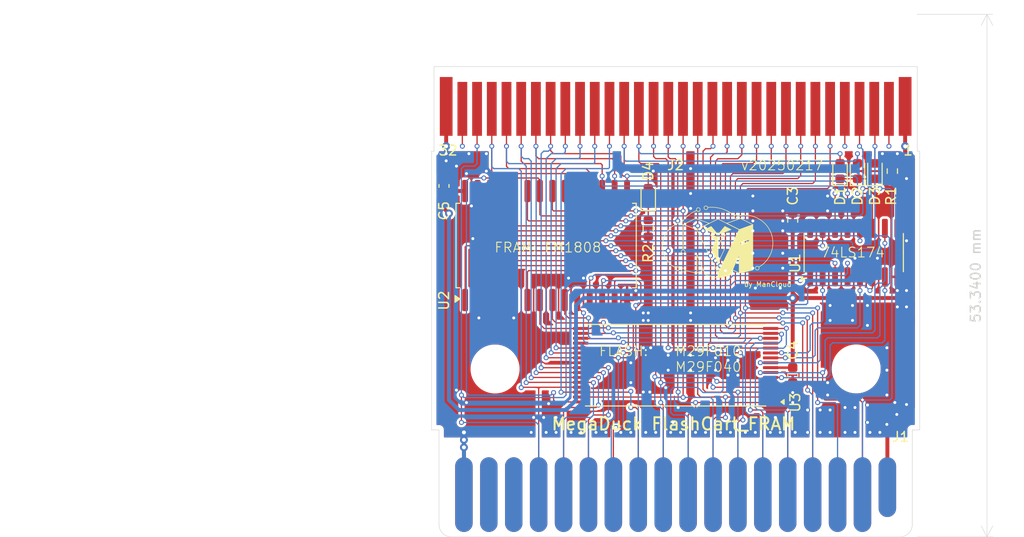
<source format=kicad_pcb>
(kicad_pcb (version 20240108) (generator "pcbnew") (generator_version "8.0")
  (title_block (title "MegaDuck  - FlashCart_FRAM") (date "2025-02-17") (rev "v20250217"))
  (layers (0 "F.Cu" signal) (31 "B.Cu" signal) (34 "B.Paste" user) (35 "F.Paste" user) (36 "B.SilkS" user "B.Silkscreen") (37 "F.SilkS" user "F.Silkscreen") (38 "B.Mask" user) (39 "F.Mask" user) (44 "Edge.Cuts" user))
  (net 0 "")
  (net 1 "GND")
  (net 2 "A7")
  (net 3 "D4")
  (net 4 "A10")
  (net 5 "~{RD}")
  (net 6 "D3")
  (net 7 "~{RAM_CE}")
  (net 8 "D2")
  (net 9 "A11")
  (net 10 "D0")
  (net 11 "~{WR}")
  (net 12 "A1")
  (net 13 "A3")
  (net 14 "SRAM_A14")
  (net 15 "D6")
  (net 16 "A9")
  (net 17 "D7")
  (net 18 "D5")
  (net 19 "A2")
  (net 20 "A12")
  (net 21 "A6")
  (net 22 "A4")
  (net 23 "D1")
  (net 24 "A5")
  (net 25 "A0")
  (net 26 "A8")
  (net 27 "SRAM_A13")
  (net 28 "unconnected-(J2-PHI-Pad2)")
  (net 29 "FLASH_A17")
  (net 30 "FLASH_A16")
  (net 31 "FLASH_A18")
  (net 32 "VCC")
  (net 33 "A15")
  (net 34 "FLASH_A15")
  (net 35 "unconnected-(J2-VIN-Pad31)")
  (net 36 "???6")
  (net 37 "???4")
  (net 38 "???2")
  (net 39 "???0")
  (net 40 "???1")
  (net 41 "~{RST}")
  (net 42 "A14")
  (net 43 "CLK")
  (net 44 "A13")
  (net 45 "???5")
  (net 46 "unconnected-(J2-~{CS}-Pad5)")
  (footprint "Package_SO:SOIC-16_3.9x9.9mm_P1.27mm" (layer "F.Cu") (at 209.931 85.279 90)
    (property "Reference" "U1")
    (property "Value" "74LS174")
  )
  (footprint "Package_SO:SOP-28_8.4x18.16mm_P1.27mm" (layer "F.Cu") (at 178.562 84.5565 90)
    (property "Reference" "U2")
    (property "Value" "KM62256CLP")
  )
  (footprint "Eigene:ManCloud_v2b_11mm" (layer "F.Cu") (at 196.088 84.074)
    (property "Reference" "U4" (hide yes))
    (property "Value" "by ManCloud")
  )
  (footprint "Capacitor_SMD:C_0603_1608Metric" (layer "F.Cu") (at 168.148 78.473 90)
    (property "Reference" "C5")
    (property "Value" "100n")
  )
  (footprint "Diode_SMD:D_0603_1608Metric" (layer "F.Cu") (at 188.976 79.502 90)
    (property "Reference" "D4")
    (property "Value" "D")
  )
  (footprint "Resistor_SMD:R_0603_1608Metric" (layer "F.Cu") (at 188.976 82.804 -90)
    (property "Reference" "R2")
    (property "Value" "10k")
  )
  (footprint "MountingHole:MountingHole_4.5mm" (layer "F.Cu") (at 210.185 97.155)
    (property "Reference" "H4")
    (property "Value" "MountingHole")
  )
  (footprint "Capacitor_SMD:C_0603_1608Metric" (layer "F.Cu") (at 203.708 82.042 90)
    (property "Reference" "C3")
    (property "Value" "100n")
  )
  (footprint "Diode_SMD:D_0603_1608Metric" (layer "F.Cu") (at 210.312 76.962 90)
    (property "Reference" "D2")
    (property "Value" "D")
  )
  (footprint "Resistor_SMD:R_0603_1608Metric" (layer "F.Cu") (at 213.868 76.962 90)
    (property "Reference" "R1")
    (property "Value" "10k")
  )
  (footprint "Diode_SMD:D_0603_1608Metric" (layer "F.Cu") (at 212.09 76.962 90)
    (property "Reference" "D3")
    (property "Value" "D")
  )
  (footprint "MountingHole:MountingHole_4.5mm" (layer "F.Cu") (at 173.355 97.155)
    (property "Reference" "H3")
    (property "Value" "MountingHole")
  )
  (footprint "Capacitor_SMD:C_0603_1608Metric" (layer "F.Cu") (at 203.708 97.79 -90)
    (property "Reference" "C4")
    (property "Value" "100n")
  )
  (footprint "Gekkio_GameBoy:GameBoy_Cartridge" (layer "F.Cu") (at 191.77 70.358 180)
    (property "Reference" "J2")
    (property "Value" "Conn_GameBoy_Cartridge")
  )
  (footprint "Package_SO:TSOP-I-32_18.4x8mm_P0.5mm" (layer "F.Cu") (at 191.77 96.774 180)
    (property "Reference" "U3")
    (property "Value" "AM29F040")
  )
  (footprint "MD0_FlashCart:Mega_Duck_36_Pin" (layer "F.Cu") (at 213.36 109.982)
    (property "Reference" "J1")
    (property "Value" "Conn_02x18_Odd_Even")
  )
  (footprint "Diode_SMD:D_0603_1608Metric" (layer "F.Cu") (at 208.534 76.962 90)
    (property "Reference" "D1")
    (property "Value" "D")
  )
  (gr_line (start 167.132 66.294) (end 216.408 66.294) (stroke (width 0.05)) (layer "Edge.Cuts"))
  (gr_line (start 214.63 114.3) (end 168.91 114.3) (stroke (width 0.05)) (layer "Edge.Cuts"))
  (gr_line (start 216.408 74.93) (end 216.662 74.93) (stroke (width 0.05)) (layer "Edge.Cuts"))
  (gr_line (start 167.132 74.93) (end 167.132 66.294) (stroke (width 0.05)) (layer "Edge.Cuts"))
  (gr_arc (start 168.91 114.3) (mid 168.011974 113.928026) (end 167.64 113.03) (stroke (width 0.05)) (layer "Edge.Cuts"))
  (gr_arc (start 215.9 113.03) (mid 215.528026 113.928026) (end 214.63 114.3) (stroke (width 0.05)) (layer "Edge.Cuts"))
  (gr_line (start 166.878 103.378) (end 167.64 103.378) (stroke (width 0.05)) (layer "Edge.Cuts"))
  (gr_line (start 215.9 113.03) (end 215.9 103.378) (stroke (width 0.05)) (layer "Edge.Cuts"))
  (gr_line (start 216.408 66.294) (end 216.408 74.93) (stroke (width 0.05)) (layer "Edge.Cuts"))
  (gr_line (start 166.878 74.93) (end 167.132 74.93) (stroke (width 0.05)) (layer "Edge.Cuts"))
  (gr_line (start 167.64 113.03) (end 167.64 103.378) (stroke (width 0.05)) (layer "Edge.Cuts"))
  (gr_line (start 166.878 103.378) (end 166.878 74.93) (stroke (width 0.05)) (layer "Edge.Cuts"))
  (gr_line (start 216.662 74.93) (end 216.662 103.378) (stroke (width 0.05)) (layer "Edge.Cuts"))
  (gr_line (start 215.9 103.378) (end 216.662 103.378) (stroke (width 0.05)) (layer "Edge.Cuts"))
  (gr_text "v20250217" (at 198.374 76.962 0) (layer "F.SilkS") (effects (font (size 1 1) (thickness 0.1)) (justify left bottom)))
  (gr_text "FLASH: 	M29F010 \n		M29F040" (at 183.896 97.536 0) (layer "F.SilkS") (effects (font (size 1 1) (thickness 0.1)) (justify left bottom)))
  (gr_text "74LS174" (at 206.502 85.852 0) (layer "F.SilkS") (effects (font (size 1 1) (thickness 0.1)) (justify left bottom)))
  (gr_text "MegaDuck FlashCart_FRAM" (at 179 103.5 0) (layer "F.SilkS") (effects (font (size 1.25 1.25) (thickness 0.2)) (justify left bottom)))
  (gr_text "FRAM: FM1808" (at 173.228 85.344 0) (layer "F.SilkS") (effects (font (size 1 1) (thickness 0.1)) (justify left bottom)))
  (dimension (type aligned) (layer "Edge.Cuts") (pts (xy 215.9 114.3) (xy 215.9 60.96)) (height 7.62) (gr_text "53,3400 mm" (at 222.37 87.63 90) (layer "Edge.Cuts") (effects (font (size 1 1) (thickness 0.15)))) (format (prefix "") (suffix "") (units 3) (units_format 1) (precision 4)) (style (thickness 0.05) (arrow_length 1.27) (text_position_mode 0) (extension_height 0.58642) (extension_offset 0.5) keep_text_aligned))
  (segment (start 170.18 105.156) (end 170.18 104.394) (width 0.4) (layer "F.Cu") (net 1))
  (segment (start 168.37 75.914) (end 168.402 75.946) (width 0.4) (layer "F.Cu") (net 1))
  (segment (start 168.37 75.184) (end 168.37 75.914) (width 0.4) (layer "F.Cu") (net 1))
  (segment (start 170.18 104.394) (end 170.18 103.632) (width 0.4) (layer "F.Cu") (net 1))
  (segment (start 168.37 70.358) (end 168.37 74.422) (width 0.4) (layer "F.Cu") (net 1))
  (segment (start 168.37 74.422) (end 168.37 75.184) (width 0.4) (layer "F.Cu") (net 1))
  (segment (start 170.18 109.982) (end 170.18 105.156) (width 0.4) (layer "F.Cu") (net 1))
  (via (at 190.7595 99.0655) (size 0.5) (drill 0.3) (layers "F.Cu" "B.Cu") (net 1))
  (via (at 214.122 100.584) (size 0.5) (drill 0.3) (layers "F.Cu" "B.Cu") (net 1))
  (via (at 199.898 88.9) (size 0.5) (drill 0.3) (layers "F.Cu" "B.Cu") (net 1))
  (via (at 202.692 83.0525) (size 0.5) (drill 0.3) (layers "F.Cu" "B.Cu") (net 1))
  (via (at 189.738 103.632) (size 0.5) (drill 0.3) (layers "F.Cu" "B.Cu") (net 1))
  (via (at 194.818 103.632) (size 0.5) (drill 0.3) (layers "F.Cu" "B.Cu") (net 1))
  (via (at 170.9475 80.518) (size 0.5) (drill 0.3) (layers "F.Cu" "B.Cu") (net 1))
  (via (at 191.008 97.282) (size 0.5) (drill 0.3) (layers "F.Cu" "B.Cu") (net 1))
  (via (at 199.644 81.0205) (size 0.5) (drill 0.3) (layers "F.Cu" "B.Cu") (net 1))
  (via (at 184.658 103.632) (size 0.5) (drill 0.3) (layers "F.Cu" "B.Cu") (net 1))
  (via (at 193.802 103.632) (size 0.5) (drill 0.3) (layers "F.Cu" "B.Cu") (net 1))
  (via (at 195.834 96.0175) (size 0.5) (drill 0.3) (layers "F.Cu" "B.Cu") (net 1))
  (via (at 198.1145 96.266) (size 0.5) (drill 0.3) (layers "F.Cu" "B.Cu") (net 1))
  (via (at 168.37 75.914) (size 0.5) (drill 0.3) (layers "F.Cu" "B.Cu") (net 1))
  (via (at 213.30538 102.81538) (size 0.5) (drill 0.3) (layers "F.Cu" "B.Cu") (net 1))
  (via (at 209.042 101.092) (size 0.5) (drill 0.3) (layers "F.Cu" "B.Cu") (net 1))
  (via (at 211.328 90.678) (size 0.5) (drill 0.3) (layers "F.Cu" "B.Cu") (net 1))
  (via (at 187.706 89.1595) (size 0.5) (drill 0.3) (layers "F.Cu" "B.Cu") (net 1))
  (via (at 191.262 103.632) (size 0.5) (drill 0.3) (layers "F.Cu" "B.Cu") (net 1))
  (via (at 209.042 103.632) (size 0.5) (drill 0.3) (layers "F.Cu" "B.Cu") (net 1))
  (via (at 202.692 81.0205) (size 0.5) (drill 0.3) (layers "F.Cu" "B.Cu") (net 1))
  (via (at 209.804 92.202) (size 0.5) (drill 0.3) (layers "F.Cu" "B.Cu") (net 1))
  (via (at 193.294 76.708) (size 0.5) (drill 0.3) (layers "F.Cu" "B.Cu") (net 1))
  (via (at 169.4125 99.314) (size 0.5) (drill 0.3) (layers "F.Cu" "B.Cu") (net 1))
  (via (at 213.31 99.8165) (size 0.5) (drill 0.3) (layers "F.Cu" "B.Cu") (net 1))
  (via (at 196.342 103.632) (size 0.5) (drill 0.3) (layers "F.Cu" "B.Cu") (net 1))
  (via (at 171.704 91.948) (size 0.5) (drill 0.3) (layers "F.Cu" "B.Cu") (net 1))
  (via (at 195.834 97.282) (size 0.5) (drill 0.3) (layers "F.Cu" "B.Cu") (net 1))
  (via (at 209.804 90.678) (size 0.5) (drill 0.3) (layers "F.Cu" "B.Cu") (net 1))
  (via (at 197.1095 97.79) (size 0.5) (drill 0.3) (layers "F.Cu" "B.Cu") (net 1))
  (via (at 206.502 103.632) (size 0.5) (drill 0.3) (layers "F.Cu" "B.Cu") (net 1))
  (via (at 183.642 103.632) (size 0.5) (drill 0.3) (layers "F.Cu" "B.Cu") (net 1))
  (via (at 211.582 103.632) (size 0.5) (drill 0.3) (layers "F.Cu" "B.Cu") (net 1))
  (via (at 211.3335 102.616) (size 0.5) (drill 0.3) (layers "F.Cu" "B.Cu") (net 1))
  (via (at 172.466 76.962) (size 0.5) (drill 0.3) (layers "F.Cu" "B.Cu") (net 1))
  (via (at 187.198 96.5255) (size 0.5) (drill 0.3) (layers "F.Cu" "B.Cu") (net 1))
  (via (at 187.198 103.632) (size 0.5) (drill 0.3) (layers "F.Cu" "B.Cu") (net 1))
  (via (at 182.118 103.632) (size 0.5) (drill 0.3) (layers "F.Cu" "B.Cu") (net 1))
  (via (at 188.976 92.202) (size 0.5) (drill 0.3) (layers "F.Cu" "B.Cu") (net 1))
  (via (at 214.376 90.82) (size 0.5) (drill 0.3) (layers "F.Cu" "B.Cu") (net 1))
  (via (at 170.18 103.632) (size 0.8) (drill 0.4) (layers "F.Cu" "B.Cu") (net 1))
  (via (at 215.312 100.78338) (size 0.5) (drill 0.3) (layers "F.Cu" "B.Cu") (net 1))
  (via (at 188.722 103.632) (size 0.5) (drill 0.3) (layers "F.Cu" "B.Cu") (net 1))
  (via (at 186.182 103.6375) (size 0.5) (drill 0.3) (layers "F.Cu" "B.Cu") (net 1))
  (via (at 188.4735 94.996) (size 0.5) (drill 0.3) (layers "F.Cu" "B.Cu") (net 1))
  (via (at 178.816 100.696) (size 0.5) (drill 0.3) (layers "F.Cu" "B.Cu") (net 1))
  (via (at 197.358 103.632) (size 0.5) (drill 0.3) (layers "F.Cu" "B.Cu") (net 1))
  (via (at 212.598 103.632) (size 0.5) (drill 0.3) (layers "F.Cu" "B.Cu") (net 1))
  (via (at 170.4395 100.5895) (size 0.5) (drill 0.3) (layers "F.Cu" "B.Cu") (net 1))
  (via (at 193.294 97.282) (size 0.5) (drill 0.3) (layers "F.Cu" "B.Cu") (net 1))
  (via (at 189.1325 99.5105) (size 0.5) (drill 0.3) (layers "F.Cu" "B.Cu") (net 1))
  (via (at 188.468 91.44) (size 0.5) (drill 0.3) (layers "F.Cu" "B.Cu") (net 1))
  (via (at 214.32138 101.79938) (size 0.5) (drill 0.3) (layers "F.Cu" "B.Cu") (net 1))
  (via (at 170.4395 77.216) (size 0.5) (drill 0.3) (layers "F.Cu" "B.Cu") (net 1))
  (via (at 213.31 97.282) (size 0.5) (drill 0.3) (layers "F.Cu" "B.Cu") (net 1))
  (via (at 175.26 91.948) (size 0.5) (drill 0.3) (layers "F.Cu" "B.Cu") (net 1))
  (via (at 210.058 101.092) (size 0.5) (drill 0.3) (layers "F.Cu" "B.Cu") (net 1))
  (via (at 178.562 103.632) (size 0.5) (drill 0.3) (layers "F.Cu" "B.Cu") (net 1))
  (via (at 201.422 103.632) (size 0.5) (drill 0.3) (layers "F.Cu" "B.Cu") (net 1))
  (via (at 188.976 91.44) (size 0.5) (drill 0.3) (layers "F.Cu" "B.Cu") (net 1))
  (via (at 191.516 102.616) (size 0.5) (drill 0.3) (layers "F.Cu" "B.Cu") (net 1))
  (via (at 197.1095 96.266) (size 0.5) (drill 0.3) (layers "F.Cu" "B.Cu") (net 1))
  (via (at 203.708 99.568) (size 0.5) (drill 0.3) (layers "F.Cu" "B.Cu") (net 1))
  (via (at 172.466 75.184) (size 0.5) (drill 0.3) (layers "F.Cu" "B.Cu") (net 1))
  (via (at 170.18 105.156) (size 0.8) (drill 0.4) (layers "F.Cu" "B.Cu") (net 1))
  (via (at 188.468 92.202) (size 0.5) (drill 0.3) (layers "F.Cu" "B.Cu") (net 1))
  (via (at 199.644 79.502) (size 0.5) (drill 0.3) (layers "F.Cu" "B.Cu") (net 1))
  (via (at 199.644 83.0525) (size 0.5) (drill 0.3) (layers "F.Cu" "B.Cu") (net 1))
  (via (at 214.376 75.184) (size 0.5) (drill 0.3) (layers "F.Cu" "B.Cu") (net 1))
  (via (at 179.578 103.632) (size 0.5) (drill 0.3) (layers "F.Cu" "B.Cu") (net 1))
  (via (at 193.294 79.248) (size 0.5) (drill 0.3) (layers "F.Cu" "B.Cu") (net 1))
  (via (at 202.692 82.0475) (size 0.5) (drill 0.3) (layers "F.Cu" "B.Cu") (net 1))
  (via (at 203.708 100.584) (size 0.5) (drill 0.3) (layers "F.Cu" "B.Cu") (net 1))
  (via (at 207.518 103.632) (size 0.5) (drill 0.3) (layers "F.Cu" "B.Cu") (net 1))
  (via (at 193.294 80.772) (size 0.5) (drill 0.3) (layers "F.Cu" "B.Cu") (net 1))
  (via (at 215.312 77.724) (size 0.5) (drill 0.3) (layers "F.Cu" "B.Cu") (net 1))
  (via (at 207.264 81.0205) (size 0.5) (drill 0.3) (layers "F.Cu" "B.Cu") (net 1))
  (via (at 169.418 76.454) (size 0.5) (drill 0.3) (layers "F.Cu" "B.Cu") (net 1))
  (via (at 191.008 95.758) (size 0.5) (drill 0.3) (layers "F.Cu" "B.Cu") (net 1))
  (via (at 214.376 89.154) (size 0.5) (drill 0.3) (layers "F.Cu" "B.Cu") (net 1))
  (via (at 211.3335 100.8435) (size 0.5) (drill 0.3) (layers "F.Cu" "B.Cu") (net 1))
  (via (at 168.37 75.184) (size 0.5) (drill 0.3) (layers "F.Cu" "B.Cu") (net 1))
  (via (at 199.644 85.344) (size 0.5) (drill 0.3) (layers "F.Cu" "B.Cu") (net 1))
  (via (at 202.438 103.632) (size 0.5) (drill 0.3) (layers "F.Cu" "B.Cu") (net 1))
  (via (at 207.518 92.202) (size 0.5) (drill 0.3) (layers "F.Cu" "B.Cu") (net 1))
  (via (at 198.882 103.632) (size 0.5) (drill 0.3) (layers "F.Cu" "B.Cu") (net 1))
  (via (at 171.089851 83.855383) (size 0.5) (drill 0.3) (layers "F.Cu" "B.Cu") (net 1))
  (via (at 207.2695 99.8165) (size 0.5) (drill 0.3) (layers "F.Cu" "B.Cu") (net 1))
  (via (at 215.312 90.82) (size 0.5) (drill 0.3) (layers "F.Cu" "B.Cu") (net 1))
  (via (at 210.058 103.632) (size 0.5) (drill 0.3) (layers "F.Cu" "B.Cu") (net 1))
  (via (at 192.278 103.632) (size 0.5) (drill 0.3) (layers "F.Cu" "B.Cu") (net 1))
  (via (at 205.2265 103.632) (size 0.5) (drill 0.3) (layers "F.Cu" "B.Cu") (net 1))
  (via (at 181.102 103.632) (size 0.5) (drill 0.3) (layers "F.Cu" "B.Cu") (net 1))
  (via (at 211.328 92.71) (size 0.5) (drill 0.3) (layers "F.Cu" "B.Cu") (net 1))
  (via (at 177.038 103.632) (size 0.5) (drill 0.3) (layers "F.Cu" "B.Cu") (net 1))
  (via (at 199.898 103.632) (size 0.5) (drill 0.3) (layers "F.Cu" "B.Cu") (net 1))
  (via (at 170.688 75.184) (size 0.5) (drill 0.3) (layers "F.Cu" "B.Cu") (net 1))
  (via (at 207.518 90.678) (size 0.5) (drill 0.3) (layers "F.Cu" "B.Cu") (net 1))
  (via (at 201.93 102.108) (size 0.5) (drill 0.3) (layers "F.Cu" "B.Cu") (net 1))
  (via (at 206.502 101.346) (size 0.5) (drill 0.3) (layers "F.Cu" "B.Cu") (net 1))
  (via (at 215.312 89.154) (size 0.5) (drill 0.3) (layers "F.Cu" "B.Cu") (net 1))
  (via (at 170.18 104.394) (size 0.8) (drill 0.4) (layers "F.Cu" "B.Cu") (net 1))
  (via (at 178.3135 102.108) (size 0.5) (drill 0.3) (layers "F.Cu" "B.Cu") (net 1))
  (via (at 212.852 75.184) (size 0.5) (drill 0.3) (layers "F.Cu" "B.Cu") (net 1))
  (via (at 199.644 86.868) (size 0.5) (drill 0.3) (layers "F.Cu" "B.Cu") (net 1))
  (via (at 207.518 101.346) (size 0.5) (drill 0.3) (layers "F.Cu" "B.Cu") (net 1))
  (via (at 188.4735 99.5105) (size 0.5) (drill 0.3) (layers "F.Cu" "B.Cu") (net 1))
  (via (at 207.264 79.502) (size 0.5) (drill 0.3) (layers "F.Cu" "B.Cu") (net 1))
  (via (at 180.848 87.884) (size 0.5) (drill 0.3) (layers "F.Cu" "B.Cu") (net 1))
  (via (at 203.962 103.632) (size 0.5) (drill 0.3) (layers "F.Cu" "B.Cu") (net 1))
  (via (at 193.294 91.44) (size 0.5) (drill 0.3) (layers "F.Cu" "B.Cu") (net 1))
  (via (at 205.2265 101.346) (size 0.5) (drill 0.3) (layers "F.Cu" "B.Cu") (net 1))
  (via (at 192.024 101.092) (size 0.5) (drill 0.3) (layers "F.Cu" "B.Cu") (net 1))
  (via (at 202.438 88.9) (size 0.5) (drill 0.3) (layers "F.Cu" "B.Cu") (net 1))
  (via (at 189.4895 76.9565) (size 0.5) (drill 0.3) (layers "F.Cu" "B.Cu") (net 1))
  (via (at 182.372 87.884) (size 0.5) (drill 0.3) (layers "F.Cu" "B.Cu") (net 1))
  (via (at 213.31 94.996) (size 0.5) (drill 0.3) (layers "F.Cu" "B.Cu") (net 1))
  (via (at 177.2865 102.1025) (size 0.5) (drill 0.3) (layers "F.Cu" "B.Cu") (net 1))
  (via (at 202.692 85.344) (size 0.5) (drill 0.3) (layers "F.Cu" "B.Cu") (net 1))
  (via (at 193.294 92.202) (size 0.5) (drill 0.3) (layers "F.Cu" "B.Cu") (net 1))
  (via (at 215.312 84.074) (size 0.5) (drill 0.3) (layers "F.Cu" "B.Cu") (net 1))
  (via (at 168.37 74.422) (size 0.8) (drill 0.4) (layers "F.Cu" "B.Cu") (net 1))
  (via (at 199.644 82.0475) (size 0.5) (drill 0.3) (layers "F.Cu" "B.Cu") (net 1))
  (via (at 179.578 102.108) (size 0.5) (drill 0.3) (layers "F.Cu" "B.Cu") (net 1))
  (via (at 187.198 98.552) (size 0.5) (drill 0.3) (layers "F.Cu" "B.Cu") (net 1))
  (via (at 210.058 85.852) (size 0.5) (drill 0.3) (layers "F.Cu" "B.Cu") (net 1))
  (via (at 193.294 95.758) (size 0.5) (drill 0.3) (layers "F.Cu" "B.Cu") (net 1))
  (via (at 198.1145 97.79) (size 0.5) (drill 0.3) (layers "F.Cu" "B.Cu") (net 1))
  (via (at 212.344 85.852) (size 0.5) (drill 0.3) (layers "F.Cu" "B.Cu") (net 1))
  (via (at 189.2245 94.996) (size 0.5) (drill 0.3) (layers "F.Cu" "B.Cu") (net 1))
  (via (at 202.692 86.868) (size 0.5) (drill 0.3) (layers "F.Cu" "B.Cu") (net 1))
  (via (at 207.269559 98.557471) (size 0.5) (drill 0.3) (layers "F.Cu" "B.Cu") (net 1))
  (segment (start 168.37 74.422) (end 168.37 75.914) (width 0.4) (layer "B.Cu") (net 1))
  (segment (start 170.18 103.632) (end 170.18 109.982) (width 0.4) (layer "B.Cu") (net 1))
  (segment (start 195.698 75.184) (end 196.85 75.184) (width 0.127) (layer "F.Cu") (net 2))
  (segment (start 195.216256 94.524) (end 195.1165 94.623756) (width 0.127) (layer "F.Cu") (net 2))
  (segment (start 195.1165 94.623756) (end 195.1165 95.2945) (width 0.127) (layer "F.Cu") (net 2))
  (segment (start 195.616 94.524) (end 195.435744 94.524) (width 0.127) (layer "F.Cu") (net 2))
  (segment (start 195.435744 94.524) (end 195.326 94.414256) (width 0.127) (layer "F.Cu") (net 2))
  (segment (start 195.326 95.504) (end 198.374 95.504) (width 0.127) (layer "F.Cu") (net 2))
  (segment (start 195.216256 94.524) (end 195.326 94.414256) (width 0.127) (layer "F.Cu") (net 2))
  (segment (start 195.1165 95.2945) (end 195.326 95.504) (width 0.127) (layer "F.Cu") (net 2))
  (segment (start 195.616 94.524) (end 195.216256 94.524) (width 0.127) (layer "F.Cu") (net 2))
  (segment (start 172.974 85.598) (end 172.847 85.725) (width 0.127) (layer "F.Cu") (net 2))
  (segment (start 198.374 102.362) (end 198.12 102.616) (width 0.127) (layer "F.Cu") (net 2))
  (segment (start 197.02 75.014) (end 197.02 70.608) (width 0.127) (layer "F.Cu") (net 2))
  (segment (start 186.182 85.598) (end 172.974 85.598) (width 0.127) (layer "F.Cu") (net 2))
  (segment (start 198.628 102.362) (end 198.374 102.362) (width 0.127) (layer "F.Cu") (net 2))
  (segment (start 198.12 102.616) (end 198.12 109.982) (width 0.127) (layer "F.Cu") (net 2))
  (segment (start 195.326 75.556) (end 195.698 75.184) (width 0.127) (layer "F.Cu") (net 2))
  (segment (start 172.847 85.725) (end 172.847 90.119) (width 0.127) (layer "F.Cu") (net 2))
  (segment (start 195.326 85.598) (end 195.326 75.556) (width 0.127) (layer "F.Cu") (net 2))
  (segment (start 196.85 75.184) (end 197.02 75.014) (width 0.127) (layer "F.Cu") (net 2))
  (segment (start 201.4575 94.524) (end 195.616 94.524) (width 0.127) (layer "F.Cu") (net 2))
  (segment (start 195.326 94.414256) (end 195.326 85.598) (width 0.127) (layer "F.Cu") (net 2))
  (via (at 198.628 102.362) (size 0.5) (drill 0.3) (layers "F.Cu" "B.Cu") (net 2))
  (via (at 186.182 85.598) (size 0.5) (drill 0.3) (layers "F.Cu" "B.Cu") (net 2))
  (via (at 195.326 85.598) (size 0.5) (drill 0.3) (layers "F.Cu" "B.Cu") (net 2))
  (via (at 198.374 95.504) (size 0.5) (drill 0.3) (layers "F.Cu" "B.Cu") (net 2))
  (via (at 197.02 74.422) (size 0.5) (drill 0.3) (layers "F.Cu" "B.Cu") (net 2))
  (segment (start 195.326 85.598) (end 186.182 85.598) (width 0.127) (layer "B.Cu") (net 2))
  (segment (start 198.628 95.758) (end 198.374 95.504) (width 0.127) (layer "B.Cu") (net 2))
  (segment (start 198.628 102.362) (end 198.628 95.758) (width 0.127) (layer "B.Cu") (net 2))
  (segment (start 177.558 97.524) (end 182.0825 97.524) (width 0.127) (layer "F.Cu") (net 3))
  (segment (start 177.52 70.608) (end 177.52 74.422) (width 0.127) (layer "F.Cu") (net 3))
  (segment (start 177.52 74.422) (end 177.52 75.412) (width 0.127) (layer "F.Cu") (net 3))
  (segment (start 185.293 75.692) (end 185.547 75.946) (width 0.127) (layer "F.Cu") (net 3))
  (segment (start 177.546 97.536) (end 177.558 97.524) (width 0.127) (layer "F.Cu") (net 3))
  (segment (start 177.52 75.412) (end 177.8 75.692) (width 0.127) (layer "F.Cu") (net 3))
  (segment (start 184.392 97.524) (end 182.0825 97.524) (width 0.127) (layer "F.Cu") (net 3))
  (segment (start 185.547 75.946) (end 185.547 78.994) (width 0.127) (layer "F.Cu") (net 3))
  (segment (start 177.8 75.692) (end 185.293 75.692) (width 0.127) (layer "F.Cu") (net 3))
  (segment (start 184.404 97.536) (end 184.392 97.524) (width 0.127) (layer "F.Cu") (net 3))
  (segment (start 209.296 79.248) (end 209.296 82.804) (width 0.127) (layer "F.Cu") (net 3))
  (via (at 177.52 74.422) (size 0.5) (drill 0.3) (layers "F.Cu" "B.Cu") (net 3))
  (via (at 209.296 79.248) (size 0.5) (drill 0.3) (layers "F.Cu" "B.Cu") (net 3))
  (via (at 185.547 77.47) (size 0.5) (drill 0.3) (layers "F.Cu" "B.Cu") (net 3))
  (via (at 184.404 97.536) (size 0.5) (drill 0.3) (layers "F.Cu" "B.Cu") (net 3))
  (via (at 177.546 97.536) (size 0.5) (drill 0.3) (layers "F.Cu" "B.Cu") (net 3))
  (segment (start 185.674 77.978) (end 185.547 77.851) (width 0.127) (layer "B.Cu") (net 3))
  (segment (start 184.404 97.536) (end 184.404 102.362) (width 0.127) (layer "B.Cu") (net 3))
  (segment (start 177.546 97.536) (end 177.546 74.448) (width 0.127) (layer "B.Cu") (net 3))
  (segment (start 209.296 78.232) (end 209.042 77.978) (width 0.127) (layer "B.Cu") (net 3))
  (segment (start 177.546 74.448) (end 177.52 74.422) (width 0.127) (layer "B.Cu") (net 3))
  (segment (start 185.547 77.851) (end 185.547 77.47) (width 0.127) (layer "B.Cu") (net 3))
  (segment (start 209.042 77.978) (end 185.674 77.978) (width 0.127) (layer "B.Cu") (net 3))
  (segment (start 184.15 102.616) (end 183.134 102.616) (width 0.127) (layer "B.Cu") (net 3))
  (segment (start 182.88 102.87) (end 182.88 109.982) (width 0.127) (layer "B.Cu") (net 3))
  (segment (start 209.296 79.248) (end 209.296 78.232) (width 0.127) (layer "B.Cu") (net 3))
  (segment (start 183.134 102.616) (end 182.88 102.87) (width 0.127) (layer "B.Cu") (net 3))
  (segment (start 184.404 102.362) (end 184.15 102.616) (width 0.127) (layer "B.Cu") (net 3))
  (segment (start 187.706 81.026) (end 179.324 81.026) (width 0.127) (layer "F.Cu") (net 4))
  (segment (start 179.197 80.899) (end 179.197 78.994) (width 0.127) (layer "F.Cu") (net 4))
  (segment (start 192.532 100.0605) (end 192.4955 100.024) (width 0.127) (layer "F.Cu") (net 4))
  (segment (start 192.532 70.62) (end 192.532 81.026) (width 0.127) (layer "F.Cu") (net 4))
  (segment (start 192.4955 100.024) (end 182.0825 100.024) (width 0.127) (layer "F.Cu") (net 4))
  (segment (start 179.324 81.026) (end 179.197 80.899) (width 0.127) (layer "F.Cu") (net 4))
  (segment (start 192.532 100.0605) (end 192.532 81.026) (width 0.127) (layer "F.Cu") (net 4))
  (via (at 192.532 100.0605) (size 0.5) (drill 0.3) (layers "F.Cu" "B.Cu") (net 4))
  (via (at 192.532 74.422) (size 0.5) (drill 0.3) (layers "F.Cu" "B.Cu") (net 4))
  (via (at 192.532 81.026) (size 0.5) (drill 0.3) (layers "F.Cu" "B.Cu") (net 4))
  (via (at 187.706 81.026) (size 0.5) (drill 0.3) (layers "F.Cu" "B.Cu") (net 4))
  (segment (start 195.326 100.0605) (end 195.58 100.3145) (width 0.127) (layer "B.Cu") (net 4))
  (segment (start 195.58 100.3145) (end 195.58 109.982) (width 0.127) (layer "B.Cu") (net 4))
  (segment (start 192.532 81.026) (end 187.706 81.026) (width 0.127) (layer "B.Cu") (net 4))
  (segment (start 192.532 100.0605) (end 195.326 100.0605) (width 0.127) (layer "B.Cu") (net 4))
  (segment (start 172.212 77.666) (end 177.736499 77.666) (width 0.127) (layer "F.Cu") (net 5))
  (segment (start 187.198 81.534) (end 178.054 81.534) (width 0.127) (layer "F.Cu") (net 5))
  (segment (start 210.52 70.608) (end 210.52 74.422) (width 0.127) (layer "F.Cu") (net 5))
  (segment (start 178.054 81.534) (end 177.927 81.407) (width 0.127) (layer "F.Cu") (net 5))
  (segment (start 177.736499 77.666) (end 177.927 77.856501) (width 0.127) (layer "F.Cu") (net 5))
  (segment (start 179.324 100.33) (end 179.324 99.568) (width 0.127) (layer "F.Cu") (net 5))
  (segment (start 212.598 78.74) (end 210.862 78.74) (width 0.127) (layer "F.Cu") (net 5))
  (segment (start 177.927 81.407) (end 177.927 78.994) (width 0.127) (layer "F.Cu") (net 5))
  (segment (start 179.518 100.524) (end 179.324 100.33) (width 0.127) (layer "F.Cu") (net 5))
  (segment (start 177.927 77.856501) (end 177.927 78.994) (width 0.127) (layer "F.Cu") (net 5))
  (segment (start 182.0825 100.524) (end 179.518 100.524) (width 0.127) (layer "F.Cu") (net 5))
  (via (at 210.862 78.74) (size 0.5) (drill 0.3) (layers "F.Cu" "B.Cu") (net 5))
  (via (at 187.198 81.534) (size 0.5) (drill 0.3) (layers "F.Cu" "B.Cu") (net 5))
  (via (at 210.52 74.422) (size 0.5) (drill 0.3) (layers "F.Cu" "B.Cu") (net 5))
  (via (at 172.212 77.666) (size 0.5) (drill 0.3) (layers "F.Cu" "B.Cu") (net 5))
  (via (at 212.598 78.74) (size 0.5) (drill 0.3) (layers "F.Cu" "B.Cu") (net 5))
  (via (at 179.324 99.568) (size 0.5) (drill 0.3) (layers "F.Cu" "B.Cu") (net 5))
  (segment (start 170.434 99.568) (end 170.688 99.822) (width 0.127) (layer "B.Cu") (net 5))
  (segment (start 213.8235 78.9495) (end 213.614 78.74) (width 0.127) (layer "B.Cu") (net 5))
  (segment (start 211.074 100.33) (end 213.614 100.33) (width 0.127) (layer "B.Cu") (net 5))
  (segment (start 213.614 78.74) (end 212.598 78.74) (width 0.127) (layer "B.Cu") (net 5))
  (segment (start 210.82 100.584) (end 211.074 100.33) (width 0.127) (layer "B.Cu") (net 5))
  (segment (start 210.862 74.764) (end 210.52 74.422) (width 0.127) (layer "B.Cu") (net 5))
  (segment (start 210.862 78.74) (end 210.862 74.764) (width 0.127) (layer "B.Cu") (net 5))
  (segment (start 210.82 109.982) (end 210.82 100.584) (width 0.127) (layer "B.Cu") (net 5))
  (segment (start 213.8235 100.1205) (end 213.8235 78.9495) (width 0.127) (layer "B.Cu") (net 5))
  (segment (start 213.614 100.33) (end 213.8235 100.1205) (width 0.127) (layer "B.Cu") (net 5))
  (segment (start 210.862 81.238) (end 210.862 78.74) (width 0.127) (layer "B.Cu") (net 5))
  (segment (start 210.566 81.534) (end 210.862 81.238) (width 0.127) (layer "B.Cu") (net 5))
  (segment (start 187.198 81.534) (end 210.566 81.534) (width 0.127) (layer "B.Cu") (net 5))
  (segment (start 170.746 77.666) (end 170.434 77.978) (width 0.127) (layer "B.Cu") (net 5))
  (segment (start 170.434 77.978) (end 170.434 99.568) (width 0.127) (layer "B.Cu") (net 5))
  (segment (start 172.212 77.666) (end 170.746 77.666) (width 0.127) (layer "B.Cu") (net 5))
  (segment (start 170.688 99.822) (end 179.07 99.822) (width 0.127) (layer "B.Cu") (net 5))
  (segment (start 179.07 99.822) (end 179.324 99.568) (width 0.127) (layer "B.Cu") (net 5))
  (segment (start 211.836 79.756) (end 211.836 82.804) (width 0.127) (layer "F.Cu") (net 6))
  (segment (start 184.15 97.028) (end 184.146 97.024) (width 0.127) (layer "F.Cu") (net 6))
  (segment (start 185.928 75.184) (end 179.324 75.184) (width 0.127) (layer "F.Cu") (net 6))
  (segment (start 186.436 77.47) (end 186.182 77.216) (width 0.127) (layer "F.Cu") (net 6))
  (segment (start 184.912 97.028) (end 184.15 97.028) (width 0.127) (layer "F.Cu") (net 6))
  (segment (start 179.324 75.184) (end 179.02 74.88) (width 0.127) (layer "F.Cu") (net 6))
  (segment (start 182.0785 97.028) (end 182.0825 97.024) (width 0.127) (layer "F.Cu") (net 6))
  (segment (start 186.182 75.438) (end 185.928 75.184) (width 0.127) (layer "F.Cu") (net 6))
  (segment (start 182.88 102.362) (end 182.88 109.982) (width 0.127) (layer "F.Cu") (net 6))
  (segment (start 179.02 70.608) (end 179.02 74.422) (width 0.127) (layer "F.Cu") (net 6))
  (segment (start 184.146 97.024) (end 182.0825 97.024) (width 0.127) (layer "F.Cu") (net 6))
  (segment (start 210.312 79.248) (end 211.328 79.248) (width 0.127) (layer "F.Cu") (net 6))
  (segment (start 186.817 77.47) (end 186.817 78.994) (width 0.127) (layer "F.Cu") (net 6))
  (segment (start 186.182 77.216) (end 186.182 75.438) (width 0.127) (layer "F.Cu") (net 6))
  (segment (start 183.388 101.854) (end 182.88 102.362) (width 0.127) (layer "F.Cu") (net 6))
  (segment (start 179.02 74.88) (end 179.02 74.422) (width 0.127) (layer "F.Cu") (net 6))
  (segment (start 184.912 101.854) (end 183.388 101.854) (width 0.127) (layer "F.Cu") (net 6))
  (segment (start 211.328 79.248) (end 211.836 79.756) (width 0.127) (layer "F.Cu") (net 6))
  (segment (start 178.054 97.028) (end 182.0785 97.028) (width 0.127) (layer "F.Cu") (net 6))
  (segment (start 186.817 77.47) (end 186.436 77.47) (width 0.127) (layer "F.Cu") (net 6))
  (via (at 186.817 77.47) (size 0.5) (drill 0.3) (layers "F.Cu" "B.Cu") (net 6))
  (via (at 184.912 101.854) (size 0.5) (drill 0.3) (layers "F.Cu" "B.Cu") (net 6))
  (via (at 179.02 74.422) (size 0.5) (drill 0.3) (layers "F.Cu" "B.Cu") (net 6))
  (via (at 184.912 97.028) (size 0.5) (drill 0.3) (layers "F.Cu" "B.Cu") (net 6))
  (via (at 210.312 79.248) (size 0.5) (drill 0.3) (layers "F.Cu" "B.Cu") (net 6))
  (via (at 178.054 97.028) (size 0.5) (drill 0.3) (layers "F.Cu" "B.Cu") (net 6))
  (segment (start 210.312 79.248) (end 210.312 77.724) (width 0.127) (layer "B.Cu") (net 6))
  (segment (start 210.312 77.724) (end 210.058 77.47) (width 0.127) (layer "B.Cu") (net 6))
  (segment (start 178.791 74.93) (end 179.02 74.701) (width 0.127) (layer "B.Cu") (net 6))
  (segment (start 178.054 75.184) (end 178.308 74.93) (width 0.127) (layer "B.Cu") (net 6))
  (segment (start 210.058 77.47) (end 186.817 77.47) (width 0.127) (layer "B.Cu") (net 6))
  (segment (start 178.054 97.028) (end 178.054 75.184) (width 0.127) (layer "B.Cu") (net 6))
  (segment (start 179.02 74.701) (end 179.02 74.422) (width 0.127) (layer "B.Cu") (net 6))
  (segment (start 178.308 74.93) (end 178.791 74.93) (width 0.127) (layer "B.Cu") (net 6))
  (segment (start 184.912 101.854) (end 184.912 97.028) (width 0.127) (layer "B.Cu") (net 6))
  (segment (start 180.594 80.391) (end 188.8745 80.391) (width 0.127) (layer "F.Cu") (net 7))
  (segment (start 188.8745 80.391) (end 188.976 80.2895) (width 0.127) (layer "F.Cu") (net 7))
  (segment (start 180.467 80.264) (end 180.594 80.391) (width 0.127) (layer "F.Cu") (net 7))
  (segment (start 188.976 81.979) (end 188.976 80.2895) (width 0.127) (layer "F.Cu") (net 7))
  (segment (start 180.467 78.994) (end 180.467 80.264) (width 0.127) (layer "F.Cu") (net 7))
  (segment (start 185.547 88.265) (end 185.547 90.119) (width 0.127) (layer "F.Cu") (net 8))
  (segment (start 185.674 88.138) (end 185.547 88.265) (width 0.127) (layer "F.Cu") (net 8))
  (segment (start 211.836 88.9) (end 211.582 89.154) (width 0.127) (layer "F.Cu") (net 8))
  (segment (start 185.928 96.012) (end 182.86279 96.012) (width 0.127) (layer "F.Cu") (net 8))
  (segment (start 180.52 70.608) (end 180.52 74.422) (width 0.127) (layer "F.Cu") (net 8))
  (segment (start 187.96 88.138) (end 185.674 88.138) (width 0.127) (layer "F.Cu") (net 8))
  (segment (start 182.86279 96.012) (end 182.85079 96.024) (width 0.127) (layer "F.Cu") (net 8))
  (segment (start 182.85079 96.024) (end 182.0825 96.024) (width 0.127) (layer "F.Cu") (net 8))
  (segment (start 182.0705 96.012) (end 182.0825 96.024) (width 0.127) (layer "F.Cu") (net 8))
  (segment (start 187.706 90.678) (end 187.96 90.678) (width 0.127) (layer "F.Cu") (net 8))
  (segment (start 187.706 90.678) (end 187.706 95.758) (width 0.127) (layer "F.Cu") (net 8))
  (segment (start 188.2195 90.4185) (end 188.2195 88.3975) (width 0.127) (layer "F.Cu") (net 8))
  (segment (start 187.706 95.758) (end 187.452 96.012) (width 0.127) (layer "F.Cu") (net 8))
  (segment (start 187.452 96.012) (end 185.928 96.012) (width 0.127) (layer "F.Cu") (net 8))
  (segment (start 178.562 96.012) (end 182.0705 96.012) (width 0.127) (layer "F.Cu") (net 8))
  (segment (start 188.2195 88.3975) (end 187.96 88.138) (width 0.127) (layer "F.Cu") (net 8))
  (segment (start 211.836 87.754) (end 211.836 88.9) (width 0.127) (layer "F.Cu") (net 8))
  (segment (start 187.96 90.678) (end 188.2195 90.4185) (width 0.127) (layer "F.Cu") (net 8))
  (via (at 187.706 90.678) (size 0.5) (drill 0.3) (layers "F.Cu" "B.Cu") (net 8))
  (via (at 178.562 96.012) (size 0.5) (drill 0.3) (layers "F.Cu" "B.Cu") (net 8))
  (via (at 185.928 96.012) (size 0.5) (drill 0.3) (layers "F.Cu" "B.Cu") (net 8))
  (via (at 211.582 89.154) (size 0.5) (drill 0.3) (layers "F.Cu" "B.Cu") (net 8))
  (via (at 180.52 74.422) (size 0.5) (drill 0.3) (layers "F.Cu" "B.Cu") (net 8))
  (segment (start 185.928 102.51079) (end 185.77829 102.6605) (width 0.127) (layer "B.Cu") (net 8))
  (segment (start 203.433169 90.5795) (end 205.0765 90.5795) (width 0.127) (layer "B.Cu") (net 8))
  (segment (start 185.928 96.012) (end 185.928 102.51079) (width 0.127) (layer "B.Cu") (net 8))
  (segment (start 211.074 88.646) (end 211.582 89.154) (width 0.127) (layer "B.Cu") (net 8))
  (segment (start 187.96 90.424) (end 203.277669 90.424) (width 0.127) (layer "B.Cu") (net 8))
  (segment (start 180.34 75.184) (end 180.52 75.004) (width 0.127) (layer "B.Cu") (net 8))
  (segment (start 205.0765 90.5795) (end 205.232 90.424) (width 0.127) (layer "B.Cu") (net 8))
  (segment (start 185.482012 102.6605) (end 185.2105 102.932012) (width 0.127) (layer "B.Cu") (net 8))
  (segment (start 185.77829 102.6605) (end 185.482012 102.6605) (width 0.127) (layer "B.Cu") (net 8))
  (segment (start 185.2105 109.7725) (end 185.42 109.982) (width 0.127) (layer "B.Cu") (net 8))
  (segment (start 185.2105 102.932012) (end 185.2105 109.7725) (width 0.127) (layer "B.Cu") (net 8))
  (segment (start 205.232 90.424) (end 205.232 88.9) (width 0.127) (layer "B.Cu") (net 8))
  (segment (start 178.562 96.012) (end 178.562 75.692) (width 0.127) (layer "B.Cu") (net 8))
  (segment (start 178.562 75.692) (end 179.07 75.184) (width 0.127) (layer "B.Cu") (net 8))
  (segment (start 203.277669 90.424) (end 203.433169 90.5795) (width 0.127) (layer "B.Cu") (net 8))
  (segment (start 205.232 88.9) (end 205.486 88.646) (width 0.127) (layer "B.Cu") (net 8))
  (segment (start 205.486 88.646) (end 211.074 88.646) (width 0.127) (layer "B.Cu") (net 8))
  (segment (start 187.706 90.678) (end 187.96 90.424) (width 0.127) (layer "B.Cu") (net 8))
  (segment (start 179.07 75.184) (end 180.34 75.184) (width 0.127) (layer "B.Cu") (net 8))
  (segment (start 180.52 75.004) (end 180.52 74.422) (width 0.127) (layer "B.Cu") (net 8))
  (segment (start 191.728 75.692) (end 191.187605 75.692) (width 0.127) (layer "F.Cu") (net 9))
  (segment (start 191.982 99.464994) (end 191.982 75.946) (width 0.127) (layer "F.Cu") (net 9))
  (segment (start 191.008 75.512395) (end 191.008 74.422) (width 0.127) (layer "F.Cu") (net 9))
  (segment (start 191.982 75.946) (end 191.728 75.692) (width 0.127) (layer "F.Cu") (net 9))
  (segment (start 191.008 74.422) (end 191.02 74.41) (width 0.127) (layer "F.Cu") (net 9))
  (segment (start 193.802 100.584) (end 201.3975 100.584) (width 0.127) (layer "F.Cu") (net 9))
  (segment (start 192.024 99.506994) (end 191.982 99.464994) (width 0.127) (layer "F.Cu") (net 9))
  (segment (start 191.02 74.41) (end 191.02 70.608) (width 0.127) (layer "F.Cu") (net 9))
  (segment (start 193.167 101.727) (end 193.04 101.854) (width 0.127) (layer "F.Cu") (net 9))
  (segment (start 193.802 100.584) (end 193.802 101.6) (width 0.127) (layer "F.Cu") (net 9))
  (segment (start 176.784 82.042) (end 176.657 81.915) (width 0.127) (layer "F.Cu") (net 9))
  (segment (start 193.802 101.6) (end 193.675 101.727) (width 0.127) (layer "F.Cu") (net 9))
  (segment (start 186.69 82.042) (end 176.784 82.042) (width 0.127) (layer "F.Cu") (net 9))
  (segment (start 193.675 101.727) (end 193.167 101.727) (width 0.127) (layer "F.Cu") (net 9))
  (segment (start 201.3975 100.584) (end 201.4575 100.524) (width 0.127) (layer "F.Cu") (net 9))
  (segment (start 191.187605 75.692) (end 191.008 75.512395) (width 0.127) (layer "F.Cu") (net 9))
  (segment (start 193.04 101.854) (end 193.04 109.982) (width 0.127) (layer "F.Cu") (net 9))
  (segment (start 176.657 81.915) (end 176.657 78.994) (width 0.127) (layer "F.Cu") (net 9))
  (via (at 192.024 99.506994) (size 0.5) (drill 0.3) (layers "F.Cu" "B.Cu") (net 9))
  (via (at 191.982 82.042) (size 0.5) (drill 0.3) (layers "F.Cu" "B.Cu") (net 9))
  (via (at 193.802 100.584) (size 0.5) (drill 0.3) (layers "F.Cu" "B.Cu") (net 9))
  (via (at 191.008 74.422) (size 0.5) (drill 0.3) (layers "F.Cu" "B.Cu") (net 9))
  (via (at 186.69 82.042) (size 0.5) (drill 0.3) (layers "F.Cu" "B.Cu") (net 9))
  (segment (start 192.278 100.584) (end 192.024 100.33) (width 0.127) (layer "B.Cu") (net 9))
  (segment (start 193.802 100.584) (end 192.278 100.584) (width 0.127) (layer "B.Cu") (net 9))
  (segment (start 191.982 82.042) (end 186.69 82.042) (width 0.127) (layer "B.Cu") (net 9))
  (segment (start 192.024 100.33) (end 192.024 99.506994) (width 0.127) (layer "B.Cu") (net 9))
  (segment (start 186.944 94.996) (end 186.916 95.024) (width 0.127) (layer "F.Cu") (net 10))
  (segment (start 183.642 91.948) (end 183.007 91.313) (width 0.127) (layer "F.Cu") (net 10))
  (segment (start 186.916 95.024) (end 182.0825 95.024) (width 0.127) (layer "F.Cu") (net 10))
  (segment (start 183.007 91.313) (end 183.007 90.119) (width 0.127) (layer "F.Cu") (net 10))
  (segment (start 183.007 88.011) (end 183.007 90.119) (width 0.127) (layer "F.Cu") (net 10))
  (segment (start 186.436 91.948) (end 183.642 91.948) (width 0.127) (layer "F.Cu") (net 10))
  (segment (start 208.026 87.754) (end 208.026 86.36) (width 0.127) (layer "F.Cu") (net 10))
  (segment (start 186.944 92.456) (end 186.436 91.948) (width 0.127) (layer "F.Cu") (net 10))
  (segment (start 183.134 87.884) (end 183.007 88.011) (width 0.127) (layer "F.Cu") (net 10))
  (segment (start 186.944 94.996) (end 186.944 92.456) (width 0.127) (layer "F.Cu") (net 10))
  (segment (start 179.578 94.996) (end 179.606 95.024) (width 0.127) (layer "F.Cu") (net 10))
  (segment (start 183.52 70.608) (end 183.52 74.422) (width 0.127) (layer "F.Cu") (net 10))
  (segment (start 179.606 95.024) (end 182.0825 95.024) (width 0.127) (layer "F.Cu") (net 10))
  (via (at 208.026 86.36) (size 0.5) (drill 0.3) (layers "F.Cu" "B.Cu") (net 10))
  (via (at 186.944 94.996) (size 0.5) (drill 0.3) (layers "F.Cu" "B.Cu") (net 10))
  (via (at 179.578 94.996) (size 0.5) (drill 0.3) (layers "F.Cu" "B.Cu") (net 10))
  (via (at 183.52 74.422) (size 0.5) (drill 0.3) (layers "F.Cu" "B.Cu") (net 10))
  (via (at 183.134 87.884) (size 0.5) (drill 0.3) (layers "F.Cu" "B.Cu") (net 10))
  (segment (start 187.706 94.996) (end 187.96 95.25) (width 0.127) (layer "B.Cu") (net 10))
  (segment (start 183.52 76.068) (end 183.52 74.422) (width 0.127) (layer "B.Cu") (net 10))
  (segment (start 197.041988 87.5855) (end 183.4325 87.5855) (width 0.127) (layer "B.Cu") (net 10))
  (segment (start 197.3135 86.4045) (end 197.3135 87.313988) (width 0.127) (layer "B.Cu") (net 10))
  (segment (start 179.578 94.996) (end 179.578 76.708) (width 0.127) (layer "B.Cu") (net 10))
  (segment (start 197.3135 87.313988) (end 197.041988 87.5855) (width 0.127) (layer "B.Cu") (net 10))
  (segment (start 187.96 95.25) (end 187.96 109.982) (width 0.127) (layer "B.Cu") (net 10))
  (segment (start 183.4325 87.5855) (end 183.134 87.884) (width 0.127) (layer "B.Cu") (net 10))
  (segment (start 186.944 94.996) (end 187.706 94.996) (width 0.127) (layer "B.Cu") (net 10))
  (segment (start 207.772 86.106) (end 197.612 86.106) (width 0.127) (layer "B.Cu") (net 10))
  (segment (start 180.086 76.2) (end 183.388 76.2) (width 0.127) (layer "B.Cu") (net 10))
  (segment (start 208.026 86.36) (end 207.772 86.106) (width 0.127) (layer "B.Cu") (net 10))
  (segment (start 179.578 76.708) (end 180.086 76.2) (width 0.127) (layer "B.Cu") (net 10))
  (segment (start 197.612 86.106) (end 197.3135 86.4045) (width 0.127) (layer "B.Cu") (net 10))
  (segment (start 183.388 76.2) (end 183.52 76.068) (width 0.127) (layer "B.Cu") (net 10))
  (segment (start 171.958 84.074) (end 171.577 83.693) (width 0.127) (layer "F.Cu") (net 11))
  (segment (start 207.01 100.33) (end 206.756 100.076) (width 0.127) (layer "F.Cu") (net 11))
  (segment (start 206.756 100.076) (end 206.756 97.536) (width 0.127) (layer "F.Cu") (net 11))
  (segment (start 212.09 70.678) (end 212.02 70.608) (width 0.127) (layer "F.Cu") (net 11))
  (segment (start 210.566 100.33) (end 207.01 100.33) (width 0.127) (layer "F.Cu") (net 11))
  (segment (start 210.82 100.584) (end 210.566 100.33) (width 0.127) (layer "F.Cu") (net 11))
  (segment (start 171.577 83.693) (end 171.577 78.994) (width 0.127) (layer "F.Cu") (net 11))
  (segment (start 200.406 97.536) (end 201.4455 97.536) (width 0.127) (layer "F.Cu") (net 11))
  (segment (start 212.09 76.1745) (end 212.09 70.678) (width 0.127) (layer "F.Cu") (net 11))
  (segment (start 184.658 84.074) (end 171.958 84.074) (width 0.127) (layer "F.Cu") (net 11))
  (segment (start 210.82 109.982) (end 210.82 100.584) (width 0.127) (layer "F.Cu") (net 11))
  (segment (start 201.4455 97.536) (end 201.4575 97.524) (width 0.127) (layer "F.Cu") (net 11))
  (via (at 200.406 97.536) (size 0.5) (drill 0.3) (layers "F.Cu" "B.Cu") (net 11))
  (via (at 206.756 97.536) (size 0.5) (drill 0.3) (layers "F.Cu" "B.Cu") (net 11))
  (via (at 212.09 74.422) (size 0.5) (drill 0.3) (layers "F.Cu" "B.Cu") (net 11))
  (via (at 184.658 84.074) (size 0.5) (drill 0.3) (layers "F.Cu" "B.Cu") (net 11))
  (segment (start 211.836 84.836) (end 212.09 84.582) (width 0.127) (layer "B.Cu") (net 11))
  (segment (start 200.406 97.536) (end 206.756 97.536) (width 0.127) (layer "B.Cu") (net 11))
  (segment (start 213.5695 83.7755) (end 213.36 83.566) (width 0.127) (layer "B.Cu") (net 11))
  (segment (start 212.598 88.9) (end 212.8075 88.6905) (width 0.127) (layer "B.Cu") (net 11))
  (segment (start 212.344 83.566) (end 212.217 83.439) (width 0.127) (layer "B.Cu") (net 11))
  (segment (start 209.984256 84.836) (end 211.836 84.836) (width 0.127) (layer "B.Cu") (net 11))
  (segment (start 213.36 83.566) (end 212.344 83.566) (width 0.127) (layer "B.Cu") (net 11))
  (segment (start 212.09 83.566) (end 212.344 83.566) (width 0.127) (layer "B.Cu") (net 11))
  (segment (start 209.804 84.655744) (end 209.984256 84.836) (width 0.127) (layer "B.Cu") (net 11))
  (segment (start 212.217 83.439) (end 212.09 83.566) (width 0.127) (layer "B.Cu") (net 11))
  (segment (start 213.5695 88.4365) (end 213.5695 83.7755) (width 0.127) (layer "B.Cu") (net 11))
  (segment (start 209.55 84.074) (end 209.804 84.328) (width 0.127) (layer "B.Cu") (net 11))
  (segment (start 212.598 93.726) (end 212.598 88.9) (width 0.127) (layer "B.Cu") (net 11))
  (segment (start 207.01 94.234) (end 207.264 93.98) (width 0.127) (layer "B.Cu") (net 11))
  (segment (start 212.09 84.582) (end 212.09 83.82) (width 0.127) (layer "B.Cu") (net 11))
  (segment (start 212.217 83.693) (end 212.09 83.82) (width 0.127) (layer "B.Cu") (net 11))
  (segment (start 212.09 83.566) (end 212.09 83.312) (width 0.127) (layer "B.Cu") (net 11))
  (segment (start 212.344 93.98) (end 212.598 93.726) (width 0.127) (layer "B.Cu") (net 11))
  (segment (start 209.804 84.328) (end 209.804 84.655744) (width 0.127) (layer "B.Cu") (net 11))
  (segment (start 207.264 93.98) (end 212.344 93.98) (width 0.127) (layer "B.Cu") (net 11))
  (segment (start 212.09 83.312) (end 212.09 74.422) (width 0.127) (layer "B.Cu") (net 11))
  (segment (start 212.8075 88.6905) (end 213.3155 88.6905) (width 0.127) (layer "B.Cu") (net 11))
  (segment (start 207.01 97.282) (end 207.01 94.234) (width 0.127) (layer "B.Cu") (net 11))
  (segment (start 212.344 83.566) (end 212.217 83.693) (width 0.127) (layer "B.Cu") (net 11))
  (segment (start 212.217 83.439) (end 212.09 83.312) (width 0.127) (layer "B.Cu") (net 11))
  (segment (start 213.3155 88.6905) (end 213.5695 88.4365) (width 0.127) (layer "B.Cu") (net 11))
  (segment (start 206.756 97.536) (end 207.01 97.282) (width 0.127) (layer "B.Cu") (net 11))
  (segment (start 212.217 83.693) (end 212.09 83.566) (width 0.127) (layer "B.Cu") (net 11))
  (segment (start 184.658 84.074) (end 209.55 84.074) (width 0.127) (layer "B.Cu") (net 11))
  (segment (start 212.09 83.82) (end 212.09 83.566) (width 0.127) (layer "B.Cu") (net 11))
  (segment (start 180.467 91.567) (end 180.467 90.119) (width 0.127) (layer "F.Cu") (net 12))
  (segment (start 202.701002 91.427998) (end 202.689 91.44) (width 0.127) (layer "F.Cu") (net 12))
  (segment (start 185.928 93.98) (end 185.844 94.064) (width 0.127) (layer "F.Cu") (net 12))
  (segment (start 185.844 94.064) (end 182.1225 94.064) (width 0.127) (layer "F.Cu") (net 12))
  (segment (start 206.02 77.952) (end 206.02 70.608) (width 0.127) (layer "F.Cu") (net 12))
  (segment (start 182.1225 94.064) (end 182.0825 94.024) (width 0.127) (layer "F.Cu") (net 12))
  (segment (start 180.848 91.948) (end 180.467 91.567) (width 0.127) (layer "F.Cu") (net 12))
  (segment (start 202.689 91.44) (end 198.374 91.44) (width 0.127) (layer "F.Cu") (net 12))
  (segment (start 205.74 109.982) (end 205.74 91.44) (width 0.127) (layer "F.Cu") (net 12))
  (segment (start 205.74 78.232) (end 206.02 77.952) (width 0.127) (layer "F.Cu") (net 12))
  (segment (start 182.88 91.948) (end 180.848 91.948) (width 0.127) (layer "F.Cu") (net 12))
  (segment (start 198.374 91.44) (end 198.374 78.486) (width 0.127) (layer "F.Cu") (net 12))
  (segment (start 198.628 78.232) (end 205.74 78.232) (width 0.127) (layer "F.Cu") (net 12))
  (segment (start 198.374 78.486) (end 198.628 78.232) (width 0.127) (layer "F.Cu") (net 12))
  (via (at 202.701002 91.427998) (size 0.5) (drill 0.3) (layers "F.Cu" "B.Cu") (net 12))
  (via (at 206.02 74.422) (size 0.5) (drill 0.3) (layers "F.Cu" "B.Cu") (net 12))
  (via (at 205.74 91.44) (size 0.5) (drill 0.3) (layers "F.Cu" "B.Cu") (net 12))
  (via (at 185.928 93.98) (size 0.5) (drill 0.3) (layers "F.Cu" "B.Cu") (net 12))
  (via (at 182.88 91.948) (size 0.5) (drill 0.3) (layers "F.Cu" "B.Cu") (net 12))
  (via (at 198.374 91.44) (size 0.5) (drill 0.3) (layers "F.Cu" "B.Cu") (net 12))
  (segment (start 198.374 93.726) (end 198.374 91.44) (width 0.127) (layer "B.Cu") (net 12))
  (segment (start 185.928 93.98) (end 198.12 93.98) (width 0.127) (layer "B.Cu") (net 12))
  (segment (start 205.74 91.44) (end 202.713004 91.44) (width 0.127) (layer "B.Cu") (net 12))
  (segment (start 182.88 93.81) (end 183.134 94.064) (width 0.127) (layer "B.Cu") (net 12))
  (segment (start 198.12 93.98) (end 198.374 93.726) (width 0.127) (layer "B.Cu") (net 12))
  (segment (start 202.713004 91.44) (end 202.701002 91.427998) (width 0.127) (layer "B.Cu") (net 12))
  (segment (start 185.844 94.064) (end 185.928 93.98) (width 0.127) (layer "B.Cu") (net 12))
  (segment (start 183.134 94.064) (end 185.844 94.064) (width 0.127) (layer "B.Cu") (net 12))
  (segment (start 182.88 91.948) (end 182.88 93.81) (width 0.127) (layer "B.Cu") (net 12))
  (segment (start 202.692 77.216) (end 203.02 76.888) (width 0.127) (layer "F.Cu") (net 13))
  (segment (start 197.358 92.456) (end 197.358 77.47) (width 0.127) (layer "F.Cu") (net 13))
  (segment (start 202.701002 92.468002) (end 202.689 92.456) (width 0.127) (layer "F.Cu") (net 13))
  (segment (start 202.689 92.456) (end 197.358 92.456) (width 0.127) (layer "F.Cu") (net 13))
  (segment (start 178.368 93.024) (end 177.927 92.583) (width 0.127) (layer "F.Cu") (net 13))
  (segment (start 183.144 92.964) (end 183.084 93.024) (width 0.127) (layer "F.Cu") (net 13))
  (segment (start 177.927 92.583) (end 177.927 90.119) (width 0.127) (layer "F.Cu") (net 13))
  (segment (start 203.2 101.6) (end 203.454 101.346) (width 0.127) (layer "F.Cu") (net 13))
  (segment (start 204.724 101.092) (end 204.724 92.456) (width 0.127) (layer "F.Cu") (net 13))
  (segment (start 197.358 77.47) (end 197.612 77.216) (width 0.127) (layer "F.Cu") (net 13))
  (segment (start 204.47 101.346) (end 204.724 101.092) (width 0.127) (layer "F.Cu") (net 13))
  (segment (start 203.2 109.982) (end 203.2 101.6) (width 0.127) (layer "F.Cu") (net 13))
  (segment (start 197.612 77.216) (end 202.692 77.216) (width 0.127) (layer "F.Cu") (net 13))
  (segment (start 183.084 93.024) (end 182.0825 93.024) (width 0.127) (layer "F.Cu") (net 13))
  (segment (start 184.912 92.964) (end 183.144 92.964) (width 0.127) (layer "F.Cu") (net 13))
  (segment (start 203.02 76.888) (end 203.02 70.608) (width 0.127) (layer "F.Cu") (net 13))
  (segment (start 183.084 93.024) (end 178.368 93.024) (width 0.127) (layer "F.Cu") (net 13))
  (segment (start 203.454 101.346) (end 204.47 101.346) (width 0.127) (layer "F.Cu") (net 13))
  (via (at 203.02 74.422) (size 0.5) (drill 0.3) (layers "F.Cu" "B.Cu") (net 13))
  (via (at 202.701002 92.468002) (size 0.5) (drill 0.3) (layers "F.Cu" "B.Cu") (net 13))
  (via (at 184.912 92.964) (size 0.5) (drill 0.3) (layers "F.Cu" "B.Cu") (net 13))
  (via (at 197.358 92.456) (size 0.5) (drill 0.3) (layers "F.Cu" "B.Cu") (net 13))
  (via (at 204.724 92.456) (size 0.5) (drill 0.3) (layers "F.Cu" "B.Cu") (net 13))
  (segment (start 197.358 92.71) (end 197.358 92.456) (width 0.127) (layer "B.Cu") (net 13))
  (segment (start 197.104 92.964) (end 197.358 92.71) (width 0.127) (layer "B.Cu") (net 13))
  (segment (start 202.713004 92.456) (end 202.701002 92.468002) (width 0.127) (layer "B.Cu") (net 13))
  (segment (start 184.912 92.964) (end 197.104 92.964) (width 0.127) (layer "B.Cu") (net 13))
  (segment (start 204.724 92.456) (end 202.713004 92.456) (width 0.127) (layer "B.Cu") (net 13))
  (segment (start 185.166 84.582) (end 170.434 84.582) (width 0.127) (layer "F.Cu") (net 14))
  (segment (start 206.756 84.582) (end 206.756 82.804) (width 0.127) (layer "F.Cu") (net 14))
  (segment (start 170.307 84.709) (end 170.307 90.119) (width 0.127) (layer "F.Cu") (net 14))
  (segment (start 170.434 84.582) (end 170.307 84.709) (width 0.127) (layer "F.Cu") (net 14))
  (via (at 206.756 84.582) (size 0.5) (drill 0.3) (layers "F.Cu" "B.Cu") (net 14))
  (via (at 185.166 84.582) (size 0.5) (drill 0.3) (layers "F.Cu" "B.Cu") (net 14))
  (segment (start 206.756 84.582) (end 185.166 84.582) (width 0.127) (layer "B.Cu") (net 14))
  (segment (start 183.36 98.524) (end 182.0825 98.524) (width 0.127) (layer "F.Cu") (net 15))
  (segment (start 174.52 76.476) (end 174.752 76.708) (width 0.127) (layer "F.Cu") (net 15))
  (segment (start 174.752 76.708) (end 182.626 76.708) (width 0.127) (layer "F.Cu") (net 15))
  (segment (start 182.626 76.708) (end 183.007 77.089) (width 0.127) (layer "F.Cu") (net 15))
  (segment (start 174.52 74.422) (end 174.52 76.476) (width 0.127) (layer "F.Cu") (net 15))
  (segment (start 174.52 70.608) (end 174.52 74.422) (width 0.127) (layer "F.Cu") (net 15))
  (segment (start 176.53 98.552) (end 176.558 98.524) (width 0.127) (layer "F.Cu") (net 15))
  (segment (start 176.558 98.524) (end 182.0825 98.524) (width 0.127) (layer "F.Cu") (net 15))
  (segment (start 183.388 98.552) (end 183.36 98.524) (width 0.127) (layer "F.Cu") (net 15))
  (segment (start 183.007 77.089) (end 183.007 78.994) (width 0.127) (layer "F.Cu") (net 15))
  (via (at 176.53 98.552) (size 0.5) (drill 0.3) (layers "F.Cu" "B.Cu") (net 15))
  (via (at 183.388 98.552) (size 0.5) (drill 0.3) (layers "F.Cu" "B.Cu") (net 15))
  (via (at 174.52 74.422) (size 0.5) (drill 0.3) (layers "F.Cu" "B.Cu") (net 15))
  (segment (start 176.53 76.454) (end 176.276 76.2) (width 0.127) (layer "B.Cu") (net 15))
  (segment (start 183.388 98.552) (end 183.388 101.854) (width 0.127) (layer "B.Cu") (net 15))
  (segment (start 174.52 75.968) (end 174.52 74.422) (width 0.127) (layer "B.Cu") (net 15))
  (segment (start 183.134 102.108) (end 180.594 102.108) (width 0.127) (layer "B.Cu") (net 15))
  (segment (start 183.388 101.854) (end 183.134 102.108) (width 0.127) (layer "B.Cu") (net 15))
  (segment (start 180.34 102.362) (end 180.34 109.982) (width 0.127) (layer "B.Cu") (net 15))
  (segment (start 176.276 76.2) (end 174.752 76.2) (width 0.127) (layer "B.Cu") (net 15))
  (segment (start 180.594 102.108) (end 180.34 102.362) (width 0.127) (layer "B.Cu") (net 15))
  (segment (start 174.752 76.2) (end 174.52 75.968) (width 0.127) (layer "B.Cu") (net 15))
  (segment (start 176.53 98.552) (end 176.53 76.454) (width 0.127) (layer "B.Cu") (net 15))
  (segment (start 195.58 102.362) (end 195.58 109.982) (width 0.127) (layer "F.Cu") (net 16))
  (segment (start 196.85 100.024) (end 194.31 100.024) (width 0.127) (layer "F.Cu") (net 16))
  (segment (start 194.02 99.734) (end 194.02 70.608) (width 0.127) (layer "F.Cu") (net 16))
  (segment (start 201.4575 100.024) (end 196.85 100.024) (width 0.127) (layer "F.Cu") (net 16))
  (segment (start 175.387 82.423) (end 175.387 78.994) (width 0.127) (layer "F.Cu") (net 16))
  (segment (start 196.85 102.108) (end 195.834 102.108) (width 0.127) (layer "F.Cu") (net 16))
  (segment (start 195.834 102.108) (end 195.58 102.362) (width 0.127) (layer "F.Cu") (net 16))
  (segment (start 194.31 100.024) (end 194.02 99.734) (width 0.127) (layer "F.Cu") (net 16))
  (segment (start 186.167836 82.55) (end 175.514 82.55) (width 0.127) (layer "F.Cu") (net 16))
  (segment (start 175.514 82.55) (end 175.387 82.423) (width 0.127) (layer "F.Cu") (net 16))
  (via (at 194.02 82.55) (size 0.5) (drill 0.3) (layers "F.Cu" "B.Cu") (net 16))
  (via (at 196.85 100.024) (size 0.5) (drill 0.3) (layers "F.Cu" "B.Cu") (net 16))
  (via (at 196.85 102.108) (size 0.5) (drill 0.3) (layers "F.Cu" "B.Cu") (net 16))
  (via (at 194.02 74.422) (size 0.5) (drill 0.3) (layers "F.Cu" "B.Cu") (net 16))
  (via (at 186.167836 82.55) (size 0.5) (drill 0.3) (layers "F.Cu" "B.Cu") (net 16))
  (segment (start 194.02 82.55) (end 186.167836 82.55) (width 0.127) (layer "B.Cu") (net 16))
  (segment (start 196.85 102.108) (end 196.85 100.024) (width 0.127) (layer "B.Cu") (net 16))
  (segment (start 181.356 77.216) (end 181.737 77.597) (width 0.127) (layer "F.Cu") (net 17))
  (segment (start 173.228 77.216) (end 181.356 77.216) (width 0.127) (layer "F.Cu") (net 17))
  (segment (start 173.02 70.608) (end 173.02 74.422) (width 0.127) (layer "F.Cu") (net 17))
  (segment (start 173.02 74.422) (end 173.02 77.008) (width 0.127) (layer "F.Cu") (net 17))
  (segment (start 177.927 99.024) (end 182.0825 99.024) (width 0.127) (layer "F.Cu") (net 17))
  (segment (start 173.02 77.008) (end 173.228 77.216) (width 0.127) (layer "F.Cu") (net 17))
  (segment (start 177.546 99.024) (end 177.927 99.024) (width 0.127) (layer "F.Cu") (net 17))
  (segment (start 181.737 77.597) (end 181.737 78.994) (width 0.127) (layer "F.Cu") (net 17))
  (segment (start 177.673 99.024) (end 177.8 99.151) (width 0.127) (layer "F.Cu") (net 17))
  (segment (start 176.058 99.024) (end 177.546 99.024) (width 0.127) (layer "F.Cu") (net 17))
  (segment (start 177.8 109.982) (end 177.8 99.151) (width 0.127) (layer "F.Cu") (net 17))
  (segment (start 177.8 99.151) (end 177.927 99.024) (width 0.127) (layer "F.Cu") (net 17))
  (segment (start 177.546 99.024) (end 177.673 99.024) (width 0.127) (layer "F.Cu") (net 17))
  (via (at 176.022 99.06) (size 0.5) (drill 0.3) (layers "F.Cu" "B.Cu") (net 17))
  (via (at 173.02 74.422) (size 0.5) (drill 0.3) (layers "F.Cu" "B.Cu") (net 17))
  (segment (start 173.228 76.708) (end 173.02 76.5) (width 0.127) (layer "B.Cu") (net 17))
  (segment (start 175.768 76.708) (end 173.228 76.708) (width 0.127) (layer "B.Cu") (net 17))
  (segment (start 173.02 76.5) (end 173.02 74.422) (width 0.127) (layer "B.Cu") (net 17))
  (segment (start 176.022 99.06) (end 176.022 76.962) (width 0.127) (layer "B.Cu") (net 17))
  (segment (start 176.022 76.962) (end 175.768 76.708) (width 0.127) (layer "B.Cu") (net 17))
  (segment (start 183.89058 98.024) (end 182.0825 98.024) (width 0.127) (layer "F.Cu") (net 18))
  (segment (start 180.594 101.092) (end 180.34 101.346) (width 0.127) (layer "F.Cu") (net 18))
  (segment (start 183.91058 98.044) (end 183.89058 98.024) (width 0.127) (layer "F.Cu") (net 18))
  (segment (start 184.277 76.327) (end 184.277 78.994) (width 0.127) (layer "F.Cu") (net 18))
  (segment (start 177.058 98.024) (end 182.0825 98.024) (width 0.127) (layer "F.Cu") (net 18))
  (segment (start 176.02 75.944) (end 176.276 76.2) (width 0.127) (layer "F.Cu") (net 18))
  (segment (start 184.15 76.2) (end 184.277 76.327) (width 0.127) (layer "F.Cu") (net 18))
  (segment (start 176.02 74.422) (end 176.02 75.944) (width 0.127) (layer "F.Cu") (net 18))
  (segment (start 183.896 100.838) (end 183.642 101.092) (width 0.127) (layer "F.Cu") (net 18))
  (segment (start 177.038 98.044) (end 177.058 98.024) (width 0.127) (layer "F.Cu") (net 18))
  (segment (start 180.34 101.346) (end 180.34 109.982) (width 0.127) (layer "F.Cu") (net 18))
  (segment (start 184.277 78.994) (end 184.277 77.47) (width 0.127) (layer "F.Cu") (net 18))
  (segment (start 208.026 79.248) (end 208.026 82.804) (width 0.127) (layer "F.Cu") (net 18))
  (segment (start 176.276 76.2) (end 184.15 76.2) (width 0.127) (layer "F.Cu") (net 18))
  (segment (start 176.02 70.608) (end 176.02 74.422) (width 0.127) (layer "F.Cu") (net 18))
  (segment (start 183.642 101.092) (end 180.594 101.092) (width 0.127) (layer "F.Cu") (net 18))
  (via (at 184.277 77.47) (size 0.5) (drill 0.3) (layers "F.Cu" "B.Cu") (net 18))
  (via (at 177.038 98.044) (size 0.5) (drill 0.3) (layers "F.Cu" "B.Cu") (net 18))
  (via (at 176.02 74.422) (size 0.5) (drill 0.3) (layers "F.Cu" "B.Cu") (net 18))
  (via (at 208.026 79.248) (size 0.5) (drill 0.3) (layers "F.Cu" "B.Cu") (net 18))
  (via (at 183.896 100.838) (size 0.5) (drill 0.3) (layers "F.Cu" "B.Cu") (net 18))
  (via (at 183.91058 98.044) (size 0.5) (drill 0.3) (layers "F.Cu" "B.Cu") (net 18))
  (segment (start 207.772 78.486) (end 184.404 78.486) (width 0.127) (layer "B.Cu") (net 18))
  (segment (start 177.038 75.946) (end 176.784 75.692) (width 0.127) (layer "B.Cu") (net 18))
  (segment (start 184.277 78.359) (end 184.277 77.47) (width 0.127) (layer "B.Cu") (net 18))
  (segment (start 208.026 79.248) (end 208.026 78.74) (width 0.127) (layer "B.Cu") (net 18))
  (segment (start 176.02 75.436) (end 176.02 74.422) (width 0.127) (layer "B.Cu") (net 18))
  (segment (start 183.896 98.05858) (end 183.91058 98.044) (width 0.127) (layer "B.Cu") (net 18))
  (segment (start 176.784 75.692) (end 176.276 75.692) (width 0.127) (layer "B.Cu") (net 18))
  (segment (start 177.038 98.044) (end 177.038 75.946) (width 0.127) (layer "B.Cu") (net 18))
  (segment (start 183.896 100.838) (end 183.896 98.05858) (width 0.127) (layer "B.Cu") (net 18))
  (segment (start 184.404 78.486) (end 184.277 78.359) (width 0.127) (layer "B.Cu") (net 18))
  (segment (start 208.026 78.74) (end 207.772 78.486) (width 0.127) (layer "B.Cu") (net 18))
  (segment (start 176.276 75.692) (end 176.02 75.436) (width 0.127) (layer "B.Cu") (net 18))
  (segment (start 205.1875 91.9925) (end 205.232 91.948) (width 0.127) (layer "F.Cu") (net 19))
  (segment (start 197.866 91.948) (end 197.866 77.978) (width 0.127) (layer "F.Cu") (net 19))
  (segment (start 197.866 77.978) (end 198.12 77.724) (width 0.127) (layer "F.Cu") (net 19))
  (segment (start 205.1875 99.2695) (end 205.1875 91.9925) (width 0.127) (layer "F.Cu") (net 19))
  (segment (start 202.311 91.948) (end 197.866 91.948) (width 0.127) (layer "F.Cu") (net 19))
  (segment (start 184.372 92.456) (end 179.578 92.456) (width 0.127) (layer "F.Cu") (net 19))
  (segment (start 204.216 77.724) (end 204.52 77.42) (width 0.127) (layer "F.Cu") (net 19))
  (segment (start 204.52 77.42) (end 204.52 70.608) (width 0.127) (layer "F.Cu") (net 19))
  (segment (start 185.368 93.524) (end 182.0825 93.524) (width 0.127) (layer "F.Cu") (net 19))
  (segment (start 184.404 92.424) (end 184.372 92.456) (width 0.127) (layer "F.Cu") (net 19))
  (segment (start 198.12 77.724) (end 204.216 77.724) (width 0.127) (layer "F.Cu") (net 19))
  (segment (start 179.578 92.456) (end 179.197 92.075) (width 0.127) (layer "F.Cu") (net 19))
  (segment (start 205.232 99.314) (end 205.1875 99.2695) (width 0.127) (layer "F.Cu") (net 19))
  (segment (start 185.42 93.472) (end 185.368 93.524) (width 0.127) (layer "F.Cu") (net 19))
  (segment (start 179.197 92.075) (end 179.197 90.119) (width 0.127) (layer "F.Cu") (net 19))
  (via (at 205.232 99.314) (size 0.5) (drill 0.3) (layers "F.Cu" "B.Cu") (net 19))
  (via (at 205.232 91.948) (size 0.5) (drill 0.3) (layers "F.Cu" "B.Cu") (net 19))
  (via (at 204.52 74.422) (size 0.5) (drill 0.3) (layers "F.Cu" "B.Cu") (net 19))
  (via (at 185.42 93.472) (size 0.5) (drill 0.3) (layers "F.Cu" "B.Cu") (net 19))
  (via (at 202.311 91.948) (size 0.5) (drill 0.3) (layers "F.Cu" "B.Cu") (net 19))
  (via (at 197.866 91.948) (size 0.5) (drill 0.3) (layers "F.Cu" "B.Cu") (net 19))
  (via (at 184.404 92.424) (size 0.5) (drill 0.3) (layers "F.Cu" "B.Cu") (net 19))
  (segment (start 184.658 93.524) (end 185.368 93.524) (width 0.127) (layer "B.Cu") (net 19))
  (segment (start 205.232 99.314) (end 205.74 99.822) (width 0.127) (layer "B.Cu") (net 19))
  (segment (start 184.404 93.27) (end 184.658 93.524) (width 0.127) (layer "B.Cu") (net 19))
  (segment (start 205.74 99.822) (end 205.74 109.982) (width 0.127) (layer "B.Cu") (net 19))
  (segment (start 197.866 93.218) (end 197.866 91.948) (width 0.127) (layer "B.Cu") (net 19))
  (segment (start 197.612 93.472) (end 197.866 93.218) (width 0.127) (layer "B.Cu") (net 19))
  (segment (start 202.311 91.948) (end 205.232 91.948) (width 0.127) (layer "B.Cu") (net 19))
  (segment (start 185.42 93.472) (end 197.612 93.472) (width 0.127) (layer "B.Cu") (net 19))
  (segment (start 184.404 92.424) (end 184.404 93.27) (width 0.127) (layer "B.Cu") (net 19))
  (segment (start 185.368 93.524) (end 185.42 93.472) (width 0.127) (layer "B.Cu") (net 19))
  (segment (start 191.008 94.996) (end 191.008 85.09) (width 0.127) (layer "F.Cu") (net 20))
  (segment (start 191.008 75.946) (end 190.754 75.692) (width 0.127) (layer "F.Cu") (net 20))
  (segment (start 185.674 85.09) (end 171.704 85.09) (width 0.127) (layer "F.Cu") (net 20))
  (segment (start 189.738 75.692) (end 189.52 75.474) (width 0.127) (layer "F.Cu") (net 20))
  (segment (start 195.608 95.024) (end 201.4575 95.024) (width 0.127) (layer "F.Cu") (net 20))
  (segment (start 191.008 85.09) (end 191.008 75.946) (width 0.127) (layer "F.Cu") (net 20))
  (segment (start 189.52 74.422) (end 189.52 70.608) (width 0.127) (layer "F.Cu") (net 20))
  (segment (start 171.704 85.09) (end 171.577 85.217) (width 0.127) (layer "F.Cu") (net 20))
  (segment (start 189.52 75.474) (end 189.52 74.422) (width 0.127) (layer "F.Cu") (net 20))
  (segment (start 171.577 85.217) (end 171.577 90.119) (width 0.127) (layer "F.Cu") (net 20))
  (segment (start 190.754 75.692) (end 189.738 75.692) (width 0.127) (layer "F.Cu") (net 20))
  (segment (start 195.58 94.996) (end 195.608 95.024) (width 0.127) (layer "F.Cu") (net 20))
  (via (at 189.52 74.422) (size 0.5) (drill 0.3) (layers "F.Cu" "B.Cu") (net 20))
  (via (at 195.58 94.996) (size 0.5) (drill 0.3) (layers "F.Cu" "B.Cu") (net 20))
  (via (at 185.674 85.09) (size 0.5) (drill 0.3) (layers "F.Cu" "B.Cu") (net 20))
  (via (at 191.008 94.996) (size 0.5) (drill 0.3) (layers "F.Cu" "B.Cu") (net 20))
  (via (at 191.008 85.09) (size 0.5) (drill 0.3) (layers "F.Cu" "B.Cu") (net 20))
  (segment (start 196.342 94.996) (end 195.58 94.996) (width 0.127) (layer "B.Cu") (net 20))
  (segment (start 194.564 99.568) (end 196.342 99.568) (width 0.127) (layer "B.Cu") (net 20))
  (segment (start 191.262 99.314) (end 191.532506 99.043494) (width 0.127) (layer "B.Cu") (net 20))
  (segment (start 193.04 109.982) (end 193.04 102.108) (width 0.127) (layer "B.Cu") (net 20))
  (segment (start 192.786 101.854) (end 191.516 101.854) (width 0.127) (layer "B.Cu") (net 20))
  (segment (start 196.342 99.568) (end 196.596 99.314) (width 0.127) (layer "B.Cu") (net 20))
  (segment (start 193.04 102.108) (end 192.786 101.854) (width 0.127) (layer "B.Cu") (net 20))
  (segment (start 191.532506 99.043494) (end 194.039494 99.043494) (width 0.127) (layer "B.Cu") (net 20))
  (segment (start 191.008 85.09) (end 185.674 85.09) (width 0.127) (layer "B.Cu") (net 20))
  (segment (start 191.516 101.854) (end 191.262 101.6) (width 0.127) (layer "B.Cu") (net 20))
  (segment (start 195.58 94.996) (end 191.008 94.996) (width 0.127) (layer "B.Cu") (net 20))
  (segment (start 196.596 99.314) (end 196.596 95.25) (width 0.127) (layer "B.Cu") (net 20))
  (segment (start 196.596 95.25) (end 196.342 94.996) (width 0.127) (layer "B.Cu") (net 20))
  (segment (start 191.262 101.6) (end 191.262 99.314) (width 0.127) (layer "B.Cu") (net 20))
  (segment (start 194.039494 99.043494) (end 194.564 99.568) (width 0.127) (layer "B.Cu") (net 20))
  (segment (start 201.4575 94.024) (end 200.406 94.024) (width 0.127) (layer "F.Cu") (net 21))
  (segment (start 186.682159 86.106) (end 174.244 86.106) (width 0.127) (layer "F.Cu") (net 21))
  (segment (start 195.834 75.946) (end 196.078 75.702) (width 0.127) (layer "F.Cu") (net 21))
  (segment (start 174.117 86.233) (end 174.117 90.119) (width 0.127) (layer "F.Cu") (net 21))
  (segment (start 195.834 93.726) (end 196.132 94.024) (width 0.127) (layer "F.Cu") (net 21))
  (segment (start 196.132 94.024) (end 200.406 94.024) (width 0.127) (layer "F.Cu") (net 21))
  (segment (start 196.078 75.702) (end 198.11 75.702) (width 0.127) (layer "F.Cu") (net 21))
  (segment (start 195.834 86.106) (end 195.834 93.726) (width 0.127) (layer "F.Cu") (net 21))
  (segment (start 198.52 75.292) (end 198.52 70.608) (width 0.127) (layer "F.Cu") (net 21))
  (segment (start 198.11 75.702) (end 198.52 75.292) (width 0.127) (layer "F.Cu") (net 21))
  (segment (start 195.834 86.106) (end 195.834 75.946) (width 0.127) (layer "F.Cu") (net 21))
  (segment (start 174.244 86.106) (end 174.117 86.233) (width 0.127) (layer "F.Cu") (net 21))
  (via (at 198.52 74.422) (size 0.5) (drill 0.3) (layers "F.Cu" "B.Cu") (net 21))
  (via (at 200.406 94.024) (size 0.5) (drill 0.3) (layers "F.Cu" "B.Cu") (net 21))
  (via (at 195.834 86.106) (size 0.5) (drill 0.3) (layers "F.Cu" "B.Cu") (net 21))
  (via (at 186.682159 86.106) (size 0.5) (drill 0.3) (layers "F.Cu" "B.Cu") (net 21))
  (segment (start 200.406 94.024) (end 199.6 94.024) (width 0.127) (layer "B.Cu") (net 21))
  (segment (start 200.3615 101.8095) (end 200.66 102.108) (width 0.127) (layer "B.Cu") (net 21))
  (segment (start 198.882 101.493488) (end 199.198012 101.8095) (width 0.127) (layer "B.Cu") (net 21))
  (segment (start 200.66 102.108) (end 200.66 109.982) (width 0.127) (layer "B.Cu") (net 21))
  (segment (start 198.882 94.742) (end 198.882 101.493488) (width 0.127) (layer "B.Cu") (net 21))
  (segment (start 195.834 86.106) (end 186.682159 86.106) (width 0.127) (layer "B.Cu") (net 21))
  (segment (start 199.198012 101.8095) (end 200.3615 101.8095) (width 0.127) (layer "B.Cu") (net 21))
  (segment (start 199.6 94.024) (end 198.882 94.742) (width 0.127) (layer "B.Cu") (net 21))
  (segment (start 196.85 76.962) (end 197.104 76.708) (width 0.127) (layer "F.Cu") (net 22))
  (segment (start 201.52 76.356) (end 201.52 70.608) (width 0.127) (layer "F.Cu") (net 22))
  (segment (start 201.168 76.708) (end 201.52 76.356) (width 0.127) (layer "F.Cu") (net 22))
  (segment (start 197.164 93.024) (end 201.4575 93.024) (width 0.127) (layer "F.Cu") (net 22))
  (segment (start 196.85 87.122) (end 196.85 92.71) (width 0.127) (layer "F.Cu") (net 22))
  (segment (start 176.784 87.122) (end 176.657 87.249) (width 0.127) (layer "F.Cu") (net 22))
  (segment (start 196.85 92.71) (end 197.164 93.024) (width 0.127) (layer "F.Cu") (net 22))
  (segment (start 187.706 87.122) (end 176.784 87.122) (width 0.127) (layer "F.Cu") (net 22))
  (segment (start 196.85 87.122) (end 196.85 76.962) (width 0.127) (layer "F.Cu") (net 22))
  (segment (start 176.657 87.249) (end 176.657 90.119) (width 0.127) (layer "F.Cu") (net 22))
  (segment (start 203.058 93.01119) (end 203.04519 93.024) (width 0.127) (layer "F.Cu") (net 22))
  (segment (start 203.04519 93.024) (end 201.4575 93.024) (width 0.127) (layer "F.Cu") (net 22))
  (segment (start 197.104 76.708) (end 201.168 76.708) (width 0.127) (layer "F.Cu") (net 22))
  (via (at 203.058 93.01119) (size 0.5) (drill 0.3) (layers "F.Cu" "B.Cu") (net 22))
  (via (at 196.85 87.122) (size 0.5) (drill 0.3) (layers "F.Cu" "B.Cu") (net 22))
  (via (at 187.706 87.122) (size 0.5) (drill 0.3) (layers "F.Cu" "B.Cu") (net 22))
  (via (at 201.52 74.422) (size 0.5) (drill 0.3) (layers "F.Cu" "B.Cu") (net 22))
  (segment (start 200.2345 95.0405) (end 199.898 95.377) (width 0.127) (layer "B.Cu") (net 22))
  (segment (start 202.946 101.346) (end 203.2 101.6) (width 0.127) (layer "B.Cu") (net 22))
  (segment (start 200.152 101.346) (end 202.946 101.346) (width 0.127) (layer "B.Cu") (net 22))
  (segment (start 202.7745 95.0405) (end 200.2345 95.0405) (width 0.127) (layer "B.Cu") (net 22))
  (segment (start 196.85 87.122) (end 187.706 87.122) (width 0.127) (layer "B.Cu") (net 22))
  (segment (start 199.898 101.092) (end 200.152 101.346) (width 0.127) (layer "B.Cu") (net 22))
  (segment (start 203.058 93.01119) (end 203.058 94.757) (width 0.127) (layer "B.Cu") (net 22))
  (segment (start 203.2 101.6) (end 203.2 109.982) (width 0.127) (layer "B.Cu") (net 22))
  (segment (start 203.058 94.757) (end 202.7745 95.0405) (width 0.127) (layer "B.Cu") (net 22))
  (segment (start 199.898 95.377) (end 199.898 101.092) (width 0.127) (layer "B.Cu") (net 22))
  (segment (start 187.452 95.25) (end 187.452 91.948) (width 0.127) (layer "F.Cu") (net 23))
  (segment (start 187.452 91.948) (end 187.198 91.694) (width 0.127) (layer "F.Cu") (net 23))
  (segment (start 184.277 88.265) (end 184.277 90.119) (width 0.127) (layer "F.Cu") (net 23))
  (segment (start 184.404 91.694) (end 184.277 91.567) (width 0.127) (layer "F.Cu") (net 23))
  (segment (start 184.404 88.138) (end 184.277 88.265) (width 0.127) (layer "F.Cu") (net 23))
  (segment (start 186.436 95.504) (end 187.198 95.504) (width 0.127) (layer "F.Cu") (net 23))
  (segment (start 187.198 95.504) (end 187.452 95.25) (width 0.127) (layer "F.Cu") (net 23))
  (segment (start 185.674 103.124) (end 185.42 103.378) (width 0.127) (layer "F.Cu") (net 23))
  (segment (start 179.09 95.524) (end 182.0825 95.524) (width 0.127) (layer "F.Cu") (net 23))
  (segment (start 186.436 95.504) (end 186.416 95.524) (width 0.127) (layer "F.Cu") (net 23))
  (segment (start 209.296 87.754) (end 209.296 86.36) (width 0.127) (layer "F.Cu") (net 23))
  (segment (start 186.416 95.524) (end 182.0825 95.524) (width 0.127) (layer "F.Cu") (net 23))
  (segment (start 182.02 70.608) (end 182.02 74.422) (width 0.127) (layer "F.Cu") (net 23))
  (segment (start 179.07 95.504) (end 179.09 95.524) (width 0.127) (layer "F.Cu") (net 23))
  (segment (start 184.277 91.567) (end 184.277 90.119) (width 0.127) (layer "F.Cu") (net 23))
  (segment (start 185.42 103.378) (end 185.42 109.982) (width 0.127) (layer "F.Cu") (net 23))
  (segment (start 187.198 91.694) (end 184.404 91.694) (width 0.127) (layer "F.Cu") (net 23))
  (via (at 182.02 74.422) (size 0.5) (drill 0.3) (layers "F.Cu" "B.Cu") (net 23))
  (via (at 209.296 86.36) (size 0.5) (drill 0.3) (layers "F.Cu" "B.Cu") (net 23))
  (via (at 185.674 103.124) (size 0.5) (drill 0.3) (layers "F.Cu" "B.Cu") (net 23))
  (via (at 184.404 88.138) (size 0.5) (drill 0.3) (layers "F.Cu" "B.Cu") (net 23))
  (via (at 179.07 95.504) (size 0.5) (drill 0.3) (layers "F.Cu" "B.Cu") (net 23))
  (via (at 186.436 95.504) (size 0.5) (drill 0.3) (layers "F.Cu" "B.Cu") (net 23))
  (segment (start 197.104 88.138) (end 184.404 88.138) (width 0.127) (layer "B.Cu") (net 23))
  (segment (start 197.612 87.63) (end 197.104 88.138) (width 0.127) (layer "B.Cu") (net 23))
  (segment (start 179.578 75.692) (end 181.864 75.692) (width 0.127) (layer "B.Cu") (net 23))
  (segment (start 181.864 75.692) (end 182.02 75.536) (width 0.127) (layer "B.Cu") (net 23))
  (segment (start 186.436 95.504) (end 186.436 102.87) (width 0.127) (layer "B.Cu") (net 23))
  (segment (start 186.436 102.87) (end 186.182 103.124) (width 0.127) (layer "B.Cu") (net 23))
  (segment (start 179.07 76.2) (end 179.578 75.692) (width 0.127) (layer "B.Cu") (net 23))
  (segment (start 209.296 87.376) (end 209.042 87.63) (width 0.127) (layer "B.Cu") (net 23))
  (segment (start 209.042 87.63) (end 197.612 87.63) (width 0.127) (layer "B.Cu") (net 23))
  (segment (start 179.07 95.504) (end 179.07 76.2) (width 0.127) (layer "B.Cu") (net 23))
  (segment (start 182.02 75.536) (end 182.02 74.422) (width 0.127) (layer "B.Cu") (net 23))
  (segment (start 186.182 103.124) (end 185.674 103.124) (width 0.127) (layer "B.Cu") (net 23))
  (segment (start 209.296 86.36) (end 209.296 87.376) (width 0.127) (layer "B.Cu") (net 23))
  (segment (start 175.514 86.614) (end 175.387 86.741) (width 0.127) (layer "F.Cu") (net 24))
  (segment (start 200.02 75.824) (end 200.02 70.608) (width 0.127) (layer "F.Cu") (net 24))
  (segment (start 187.198 86.614) (end 175.514 86.614) (width 0.127) (layer "F.Cu") (net 24))
  (segment (start 196.596 76.2) (end 199.644 76.2) (width 0.127) (layer "F.Cu") (net 24))
  (segment (start 196.342 76.454) (end 196.596 76.2) (width 0.127) (layer "F.Cu") (net 24))
  (segment (start 200.406 101.346) (end 200.66 101.6) (width 0.127) (layer "F.Cu") (net 24))
  (segment (start 200.66 101.6) (end 200.66 109.982) (width 0.127) (layer "F.Cu") (net 24))
  (segment (start 196.342 86.614) (end 196.342 76.454) (width 0.127) (layer "F.Cu") (net 24))
  (segment (start 202.565 93.599) (end 202.49 93.524) (width 0.127) (layer "F.Cu") (net 24))
  (segment (start 175.387 86.741) (end 175.387 90.119) (width 0.127) (layer "F.Cu") (net 24))
  (segment (start 196.648 93.524) (end 201.4575 93.524) (width 0.127) (layer "F.Cu") (net 24))
  (segment (start 196.342 86.614) (end 196.342 93.218) (width 0.127) (layer "F.Cu") (net 24))
  (segment (start 196.342 93.218) (end 196.648 93.524) (width 0.127) (layer "F.Cu") (net 24))
  (segment (start 199.644 76.2) (end 200.02 75.824) (width 0.127) (layer "F.Cu") (net 24))
  (segment (start 202.49 93.524) (end 201.4575 93.524) (width 0.127) (layer "F.Cu") (net 24))
  (segment (start 199.39 101.346) (end 200.406 101.346) (width 0.127) (layer "F.Cu") (net 24))
  (via (at 202.565 93.599) (size 0.5) (drill 0.3) (layers "F.Cu" "B.Cu") (net 24))
  (via (at 200.02 74.422) (size 0.5) (drill 0.3) (layers "F.Cu" "B.Cu") (net 24))
  (via (at 196.342 86.614) (size 0.5) (drill 0.3) (layers "F.Cu" "B.Cu") (net 24))
  (via (at 187.198 86.614) (size 0.5) (drill 0.3) (layers "F.Cu" "B.Cu") (net 24))
  (via (at 199.39 101.346) (size 0.5) (drill 0.3) (layers "F.Cu" "B.Cu") (net 24))
  (segment (start 199.39 94.996) (end 199.898 94.488) (width 0.127) (layer "B.Cu") (net 24))
  (segment (start 199.39 101.346) (end 199.39 94.996) (width 0.127) (layer "B.Cu") (net 24))
  (segment (start 196.342 86.614) (end 187.198 86.614) (width 0.127) (layer "B.Cu") (net 24))
  (segment (start 202.311 94.488) (end 202.565 94.234) (width 0.127) (layer "B.Cu") (net 24))
  (segment (start 199.898 94.488) (end 202.311 94.488) (width 0.127) (layer "B.Cu") (net 24))
  (segment (start 202.565 94.234) (end 202.565 93.599) (width 0.127) (layer "B.Cu") (net 24))
  (segment (start 207.264 78.74) (end 207.518 78.486) (width 0.127) (layer "F.Cu") (net 25))
  (segment (start 182.372 91.44) (end 181.737 90.805) (width 0.127) (layer "F.Cu") (net 25))
  (segment (start 198.882 78.994) (end 199.136 78.74) (width 0.127) (layer "F.Cu") (net 25))
  (segment (start 207.518 78.486) (end 207.518 77.952186) (width 0.127) (layer "F.Cu") (net 25))
  (segment (start 206.248 100.584) (end 206.248 90.932) (width 0.127) (layer "F.Cu") (net 25))
  (segment (start 207.518 77.952186) (end 207.52 77.950186) (width 0.127) (layer "F.Cu") (net 25))
  (segment (start 199.136 78.74) (end 207.264 78.74) (width 0.127) (layer "F.Cu") (net 25))
  (segment (start 198.882 90.932) (end 198.882 78.994) (width 0.127) (layer "F.Cu") (net 25))
  (segment (start 207.52 77.950186) (end 207.52 70.608) (width 0.127) (layer "F.Cu") (net 25))
  (segment (start 186.31 94.572) (end 182.1305 94.572) (width 0.127) (layer "F.Cu") (net 25))
  (segment (start 186.436 94.446) (end 186.31 94.572) (width 0.127) (layer "F.Cu") (net 25))
  (segment (start 182.1305 94.572) (end 182.0825 94.524) (width 0.127) (layer "F.Cu") (net 25))
  (segment (start 181.737 90.805) (end 181.737 90.119) (width 0.127) (layer "F.Cu") (net 25))
  (via (at 207.52 74.422) (size 0.5) (drill 0.3) (layers "F.Cu" "B.Cu") (net 25))
  (via (at 206.248 100.584) (size 0.5) (drill 0.3) (layers "F.Cu" "B.Cu") (net 25))
  (via (at 186.436 94.446) (size 0.5) (drill 0.3) (layers "F.Cu" "B.Cu") (net 25))
  (via (at 198.882 90.932) (size 0.5) (drill 0.3) (layers "F.Cu" "B.Cu") (net 25))
  (via (at 182.372 91.44) (size 0.5) (drill 0.3) (layers "F.Cu" "B.Cu") (net 25))
  (via (at 206.248 90.932) (size 0.5) (drill 0.3) (layers "F.Cu" "B.Cu") (net 25))
  (segment (start 208.28 100.838) (end 208.026 100.584) (width 0.127) (layer "B.Cu") (net 25))
  (segment (start 198.882 94.234) (end 198.882 90.932) (width 0.127) (layer "B.Cu") (net 25))
  (segment (start 182.372 94.234) (end 182.71 94.572) (width 0.127) (layer "B.Cu") (net 25))
  (segment (start 198.67 94.446) (end 198.882 94.234) (width 0.127) (layer "B.Cu") (net 25))
  (segment (start 208.026 100.584) (end 206.248 100.584) (width 0.127) (layer "B.Cu") (net 25))
  (segment (start 186.31 94.572) (end 186.436 94.446) (width 0.127) (layer "B.Cu") (net 25))
  (segment (start 182.372 91.44) (end 182.372 94.234) (width 0.127) (layer "B.Cu") (net 25))
  (segment (start 206.248 90.932) (end 198.882 90.932) (width 0.127) (layer "B.Cu") (net 25))
  (segment (start 208.28 109.982) (end 208.28 100.838) (width 0.127) (layer "B.Cu") (net 25))
  (segment (start 186.436 94.446) (end 198.67 94.446) (width 0.127) (layer "B.Cu") (net 25))
  (segment (start 182.71 94.572) (end 186.31 94.572) (width 0.127) (layer "B.Cu") (net 25))
  (segment (start 198.12 99.524) (end 194.842735 99.524) (width 0.127) (layer "F.Cu") (net 26))
  (segment (start 194.564 99.245265) (end 194.564 74.93) (width 0.127) (layer "F.Cu") (net 26))
  (segment (start 194.842735 99.524) (end 194.564 99.245265) (width 0.127) (layer "F.Cu") (net 26))
  (segment (start 194.564 74.93) (end 194.818 74.676) (width 0.127) (layer "F.Cu") (net 26))
  (segment (start 174.244 83.058) (end 174.117 82.931) (width 0.127) (layer "F.Cu") (net 26))
  (segment (start 194.818 74.676) (end 195.326 74.676) (width 0.127) (layer "F.Cu") (net 26))
  (segment (start 195.58 74.422) (end 195.58 70.668) (width 0.127) (layer "F.Cu") (net 26))
  (segment (start 201.4575 99.524) (end 198.12 99.524) (width 0.127) (layer "F.Cu") (net 26))
  (segment (start 185.674 83.058) (end 174.244 83.058) (width 0.127) (layer "F.Cu") (net 26))
  (segment (start 195.58 70.668) (end 195.52 70.608) (width 0.127) (layer "F.Cu") (net 26))
  (segment (start 174.117 82.931) (end 174.117 78.994) (width 0.127) (layer "F.Cu") (net 26))
  (segment (start 195.326 74.676) (end 195.58 74.422) (width 0.127) (layer "F.Cu") (net 26))
  (via (at 185.674 83.058) (size 0.5) (drill 0.3) (layers "F.Cu" "B.Cu") (net 26))
  (via (at 198.12 99.524) (size 0.5) (drill 0.3) (layers "F.Cu" "B.Cu") (net 26))
  (via (at 195.58 74.422) (size 0.5) (drill 0.3) (layers "F.Cu" "B.Cu") (net 26))
  (via (at 194.564 83.058) (size 0.5) (drill 0.3) (layers "F.Cu" "B.Cu") (net 26))
  (segment (start 194.564 83.058) (end 185.674 83.058) (width 0.127) (layer "B.Cu") (net 26))
  (segment (start 198.12 109.982) (end 198.12 99.524) (width 0.127) (layer "B.Cu") (net 26))
  (segment (start 172.974 83.566) (end 172.847 83.439) (width 0.127) (layer "F.Cu") (net 27))
  (segment (start 210.566 84.074) (end 210.566 82.804) (width 0.127) (layer "F.Cu") (net 27))
  (segment (start 172.847 83.439) (end 172.847 78.994) (width 0.127) (layer "F.Cu") (net 27))
  (segment (start 185.166 83.566) (end 172.974 83.566) (width 0.127) (layer "F.Cu") (net 27))
  (via (at 185.166 83.566) (size 0.5) (drill 0.3) (layers "F.Cu" "B.Cu") (net 27))
  (via (at 210.566 84.074) (size 0.5) (drill 0.3) (layers "F.Cu" "B.Cu") (net 27))
  (segment (start 210.312 83.566) (end 185.166 83.566) (width 0.127) (layer "B.Cu") (net 27))
  (segment (start 210.566 84.074) (end 210.566 83.82) (width 0.127) (layer "B.Cu") (net 27))
  (segment (start 210.566 83.82) (end 210.312 83.566) (width 0.127) (layer "B.Cu") (net 27))
  (segment (start 213.52 70.608) (end 213.52 74.422) (width 0.127) (layer "F.Cu") (net 28))
  (via (at 213.52 74.422) (size 0.5) (drill 0.3) (layers "F.Cu" "B.Cu") (net 28))
  (segment (start 202.565 98.044) (end 202.545 98.024) (width 0.127) (layer "F.Cu") (net 29))
  (segment (start 202.545 98.024) (end 201.4575 98.024) (width 0.127) (layer "F.Cu") (net 29))
  (segment (start 213.106 89.154) (end 213.106 87.754) (width 0.127) (layer "F.Cu") (net 29))
  (via (at 202.565 98.044) (size 0.5) (drill 0.3) (layers "F.Cu" "B.Cu") (net 29))
  (via (at 213.106 89.154) (size 0.5) (drill 0.3) (layers "F.Cu" "B.Cu") (net 29))
  (segment (start 207.772 94.488) (end 207.518 94.742) (width 0.127) (layer "B.Cu") (net 29))
  (segment (start 207.518 94.742) (end 207.518 97.79) (width 0.127) (layer "B.Cu") (net 29))
  (segment (start 207.518 97.79) (end 207.264 98.044) (width 0.127) (layer "B.Cu") (net 29))
  (segment (start 213.106 89.154) (end 213.106 94.234) (width 0.127) (layer "B.Cu") (net 29))
  (segment (start 212.852 94.488) (end 207.772 94.488) (width 0.127) (layer "B.Cu") (net 29))
  (segment (start 213.106 94.234) (end 212.852 94.488) (width 0.127) (layer "B.Cu") (net 29))
  (segment (start 207.264 98.044) (end 202.565 98.044) (width 0.127) (layer "B.Cu") (net 29))
  (segment (start 210.566 89.154) (end 210.566 87.754) (width 0.127) (layer "F.Cu") (net 30))
  (segment (start 202.954984 96.024016) (end 202.954968 96.024) (width 0.127) (layer "F.Cu") (net 30))
  (segment (start 202.954968 96.024) (end 201.4575 96.024) (width 0.127) (layer "F.Cu") (net 30))
  (via (at 210.566 89.154) (size 0.5) (drill 0.3) (layers "F.Cu" "B.Cu") (net 30))
  (via (at 202.954984 96.024016) (size 0.5) (drill 0.3) (layers "F.Cu" "B.Cu") (net 30))
  (segment (start 202.966964 96.012036) (end 202.954984 96.024016) (width 0.127) (layer "B.Cu") (net 30))
  (segment (start 210.566 92.71) (end 210.312 92.964) (width 0.127) (layer "B.Cu") (net 30))
  (segment (start 206.248 92.964) (end 205.994 93.218) (width 0.127) (layer "B.Cu") (net 30))
  (segment (start 205.994 95.758) (end 205.739964 96.012036) (width 0.127) (layer "B.Cu") (net 30))
  (segment (start 205.739964 96.012036) (end 202.966964 96.012036) (width 0.127) (layer "B.Cu") (net 30))
  (segment (start 205.994 93.218) (end 205.994 95.758) (width 0.127) (layer "B.Cu") (net 30))
  (segment (start 210.312 92.964) (end 206.248 92.964) (width 0.127) (layer "B.Cu") (net 30))
  (segment (start 210.566 89.154) (end 210.566 92.71) (width 0.127) (layer "B.Cu") (net 30))
  (segment (start 213.106 82.804) (end 213.106 84.328) (width 0.127) (layer "F.Cu") (net 31))
  (segment (start 200.41 96.524) (end 201.4575 96.524) (width 0.127) (layer "F.Cu") (net 31))
  (segment (start 200.406 96.52) (end 200.41 96.524) (width 0.127) (layer "F.Cu") (net 31))
  (via (at 200.406 96.52) (size 0.5) (drill 0.3) (layers "F.Cu" "B.Cu") (net 31))
  (via (at 213.106 84.328) (size 0.5) (drill 0.3) (layers "F.Cu" "B.Cu") (net 31))
  (segment (start 212.09 93.218) (end 212.09 88.646) (width 0.127) (layer "B.Cu") (net 31))
  (segment (start 212.344 88.392) (end 212.852 88.392) (width 0.127) (layer "B.Cu") (net 31))
  (segment (start 213.106 88.138) (end 213.106 84.328) (width 0.127) (layer "B.Cu") (net 31))
  (segment (start 206.248 96.52) (end 206.502 96.266) (width 0.127) (layer "B.Cu") (net 31))
  (segment (start 211.836 93.472) (end 212.09 93.218) (width 0.127) (layer "B.Cu") (net 31))
  (segment (start 200.406 96.52) (end 206.248 96.52) (width 0.127) (layer "B.Cu") (net 31))
  (segment (start 212.09 88.646) (end 212.344 88.392) (width 0.127) (layer "B.Cu") (net 31))
  (segment (start 212.852 88.392) (end 213.106 88.138) (width 0.127) (layer "B.Cu") (net 31))
  (segment (start 206.502 96.266) (end 206.502 93.726) (width 0.127) (layer "B.Cu") (net 31))
  (segment (start 206.502 93.726) (end 206.756 93.472) (width 0.127) (layer "B.Cu") (net 31))
  (segment (start 206.756 93.472) (end 211.836 93.472) (width 0.127) (layer "B.Cu") (net 31))
  (segment (start 215.962 89.662) (end 215.962 89.854) (width 0.4) (layer "F.Cu") (net 32))
  (segment (start 215.962 90.932) (end 215.962 90.408761) (width 0.4) (layer "F.Cu") (net 32))
  (segment (start 170.307 78.994) (end 168.402 78.994) (width 0.4) (layer "F.Cu") (net 32))
  (segment (start 204.724 89.916) (end 215.469239 89.916) (width 0.4) (layer "F.Cu") (net 32))
  (segment (start 215.962 101.078) (end 215.962 92.456) (width 0.4) (layer "F.Cu") (net 32))
  (segment (start 203.708 90.678) (end 203.708 91.186) (width 0.4) (layer "F.Cu") (net 32))
  (segment (start 215.9 89.916) (end 215.962 89.854) (width 0.4) (layer "F.Cu") (net 32))
  (segment (start 203.699 97.024) (end 203.708 97.015) (width 0.25) (layer "F.Cu") (net 32))
  (segment (start 201.4575 97.024) (end 203.699 97.024) (width 0.25) (layer "F.Cu") (net 32))
  (segment (start 215.962 90.408761) (end 215.469239 89.916) (width 0.4) (layer "F.Cu") (net 32))
  (segment (start 215.469239 89.916) (end 215.9 89.916) (width 0.4) (layer "F.Cu") (net 32))
  (segment (start 213.36 109.22) (end 213.36 103.68) (width 0.4) (layer "F.Cu") (net 32))
  (segment (start 213.36 103.68) (end 215.962 101.078) (width 0.4) (layer "F.Cu") (net 32))
  (segment (start 204.216 89.916) (end 203.708 89.408) (width 0.4) (layer "F.Cu") (net 32))
  (segment (start 215.469239 89.916) (end 215.962 89.423239) (width 0.4) (layer "F.Cu") (net 32))
  (segment (start 215.962 91.186) (end 215.962 90.932) (width 0.4) (layer "F.Cu") (net 32))
  (segment (start 168.148 80.772) (end 168.148 79.248) (width 0.4) (layer "F.Cu") (net 32))
  (segment (start 215.962 90.17) (end 215.962 89.662) (width 0.4) (layer "F.Cu") (net 32))
  (segment (start 215.962 92.456) (end 215.962 91.44) (width 0.4) (layer "F.Cu") (net 32))
  (segment (start 215.962 89.408) (end 215.962 75.740974) (width 0.4) (layer "F.Cu") (net 32))
  (segment (start 215.962 89.423239) (end 215.962 89.408) (width 0.4) (layer "F.Cu") (net 32))
  (segment (start 203.708 97.015) (end 203.708 91.186) (width 0.4) (layer "F.Cu") (net 32))
  (segment (start 215.962 75.740974) (end 215.17 74.948974) (width 0.4) (layer "F.Cu") (net 32))
  (segment (start 215.962 91.44) (end 215.962 91.186) (width 0.4) (layer "F.Cu") (net 32))
  (segment (start 215.962 89.662) (end 215.962 89.408) (width 0.4) (layer "F.Cu") (net 32))
  (segment (start 168.402 78.994) (end 168.148 79.248) (width 0.4) (layer "F.Cu") (net 32))
  (segment (start 203.708 89.408) (end 203.708 82.817) (width 0.4) (layer "F.Cu") (net 32))
  (segment (start 205.473 82.817) (end 205.486 82.804) (width 0.4) (layer "F.Cu") (net 32))
  (segment (start 203.708 82.817) (end 205.473 82.817) (width 0.4) (layer "F.Cu") (net 32))
  (segment (start 203.708 91.186) (end 203.708 90.424) (width 0.4) (layer "F.Cu") (net 32))
  (segment (start 203.708 90.678) (end 203.708 89.916) (width 0.4) (layer "F.Cu") (net 32))
  (segment (start 203.708 89.916) (end 203.708 89.408) (width 0.4) (layer "F.Cu") (net 32))
  (segment (start 168.656 81.28) (end 168.148 80.772) (width 0.4) (layer "F.Cu") (net 32))
  (segment (start 203.708 89.916) (end 204.724 89.916) (width 0.4) (layer "F.Cu") (net 32))
  (segment (start 204.724 89.916) (end 204.216 89.916) (width 0.4) (layer "F.Cu") (net 32))
  (segment (start 215.17 74.948974) (end 215.17 70.358) (width 0.4) (layer "F.Cu") (net 32))
  (segment (start 215.962 90.932) (end 215.962 90.17) (width 0.4) (layer "F.Cu") (net 32))
  (segment (start 203.708 90.424) (end 204.216 89.916) (width 0.4) (layer "F.Cu") (net 32))
  (segment (start 215.962 92.456) (end 215.962 91.694) (width 0.4) (layer "F.Cu") (net 32))
  (via (at 215.17 74.422) (size 0.8) (drill 0.4) (layers "F.Cu" "B.Cu") (net 32))
  (via (at 168.656 81.28) (size 0.8) (drill 0.4) (layers "F.Cu" "B.Cu") (net 32))
  (via (at 203.708 89.916) (size 0.8) (drill 0.4) (layers "F.Cu" "B.Cu") (net 32))
  (segment (start 181.61 90.678) (end 181.61 100.33) (width 0.4) (layer "B.Cu") (net 32))
  (segment (start 180.594 101.346) (end 169.672 101.346) (width 0.4) (layer "B.Cu") (net 32))
  (segment (start 181.61 100.33) (end 180.594 101.346) (width 0.4) (layer "B.Cu") (net 32))
  (segment (start 168.656 100.33) (end 168.656 81.28) (width 0.4) (layer "B.Cu") (net 32))
  (segment (start 203.708 89.916) (end 182.372 89.916) (width 0.4) (layer "B.Cu") (net 32))
  (segment (start 169.672 101.346) (end 168.656 100.33) (width 0.4) (layer "B.Cu") (net 32))
  (segment (start 182.372 89.916) (end 181.61 90.678) (width 0.4) (layer "B.Cu") (net 32))
  (segment (start 187.198 99.441) (end 187.115 99.524) (width 0.127) (layer "F.Cu") (net 33))
  (segment (start 187.115 99.524) (end 182.0825 99.524) (width 0.127) (layer "F.Cu") (net 33))
  (segment (start 185.02 70.608) (end 185.02 74.422) (width 0.127) (layer "F.Cu") (net 33))
  (segment (start 180.086 99.524) (end 182.0825 99.524) (width 0.127) (layer "F.Cu") (net 33))
  (segment (start 187.96 101.346) (end 187.96 109.982) (width 0.127) (layer "F.Cu") (net 33))
  (segment (start 187.198 101.092) (end 187.706 101.092) (width 0.127) (layer "F.Cu") (net 33))
  (segment (start 187.706 101.092) (end 187.96 101.346) (width 0.127) (layer "F.Cu") (net 33))
  (via (at 185.02 74.422) (size 0.5) (drill 0.3) (layers "F.Cu" "B.Cu") (net 33))
  (via (at 187.198 99.441) (size 0.5) (drill 0.3) (layers "F.Cu" "B.Cu") (net 33))
  (via (at 180.086 99.524) (size 0.5) (drill 0.3) (layers "F.Cu" "B.Cu") (net 33))
  (via (at 187.198 101.092) (size 0.5) (drill 0.3) (layers "F.Cu" "B.Cu") (net 33))
  (segment (start 180.594 76.708) (end 184.912 76.708) (width 0.127) (layer "B.Cu") (net 33))
  (segment (start 187.198 101.092) (end 187.198 99.441) (width 0.127) (layer "B.Cu") (net 33))
  (segment (start 184.912 76.708) (end 185.02 76.6) (width 0.127) (layer "B.Cu") (net 33))
  (segment (start 185.02 76.6) (end 185.02 74.422) (width 0.127) (layer "B.Cu") (net 33))
  (segment (start 180.086 99.524) (end 180.086 77.216) (width 0.127) (layer "B.Cu") (net 33))
  (segment (start 180.086 77.216) (end 180.594 76.708) (width 0.127) (layer "B.Cu") (net 33))
  (segment (start 202.565 95.504) (end 201.4775 95.504) (width 0.127) (layer "F.Cu") (net 34))
  (segment (start 206.756 89.154) (end 206.756 87.754) (width 0.127) (layer "F.Cu") (net 34))
  (segment (start 201.4775 95.504) (end 201.4575 95.524) (width 0.127) (layer "F.Cu") (net 34))
  (via (at 206.756 89.154) (size 0.5) (drill 0.3) (layers "F.Cu" "B.Cu") (net 34))
  (via (at 202.565 95.504) (size 0.5) (drill 0.3) (layers "F.Cu" "B.Cu") (net 34))
  (segment (start 206.756 89.154) (end 206.756 92.202) (width 0.127) (layer "B.Cu") (net 34))
  (segment (start 205.74 92.456) (end 205.486 92.71) (width 0.127) (layer "B.Cu") (net 34))
  (segment (start 206.756 92.202) (end 206.502 92.456) (width 0.127) (layer "B.Cu") (net 34))
  (segment (start 205.486 95.25) (end 205.232 95.504) (width 0.127) (layer "B.Cu") (net 34))
  (segment (start 205.486 92.71) (end 205.486 95.25) (width 0.127) (layer "B.Cu") (net 34))
  (segment (start 206.502 92.456) (end 205.74 92.456) (width 0.127) (layer "B.Cu") (net 34))
  (segment (start 205.232 95.504) (end 202.565 95.504) (width 0.127) (layer "B.Cu") (net 34))
  (segment (start 170.02 70.608) (end 170.02 74.422) (width 0.127) (layer "F.Cu") (net 35))
  (via (at 170.02 74.422) (size 0.5) (drill 0.3) (layers "F.Cu" "B.Cu") (net 35))
  (segment (start 204.854 87.754) (end 205.486 87.754) (width 0.127) (layer "F.Cu") (net 41))
  (segment (start 204.47 88.138) (end 204.854 87.754) (width 0.127) (layer "F.Cu") (net 41))
  (segment (start 169.926 102.616) (end 169.926 99.822) (width 0.127) (layer "F.Cu") (net 41))
  (segment (start 171.52 70.608) (end 171.52 74.422) (width 0.127) (layer "F.Cu") (net 41))
  (via (at 169.926 102.616) (size 0.5) (drill 0.3) (layers "F.Cu" "B.Cu") (net 41))
  (via (at 204.47 88.138) (size 0.5) (drill 0.3) (layers "F.Cu" "B.Cu") (net 41))
  (via (at 171.52 74.422) (size 0.5) (drill 0.3) (layers "F.Cu" "B.Cu") (net 41))
  (via (at 169.926 99.822) (size 0.5) (drill 0.3) (layers "F.Cu" "B.Cu") (net 41))
  (segment (start 197.866 88.138) (end 204.47 88.138) (width 0.127) (layer "B.Cu") (net 41))
  (segment (start 180.594 99.822) (end 180.594 89.408) (width 0.127) (layer "B.Cu") (net 41))
  (segment (start 171.52 76.2) (end 171.52 74.422) (width 0.127) (layer "B.Cu") (net 41))
  (segment (start 170.18 76.454) (end 171.266 76.454) (width 0.127) (layer "B.Cu") (net 41))
  (segment (start 169.926 102.616) (end 177.546 102.616) (width 0.127) (layer "B.Cu") (net 41))
  (segment (start 170.18 100.076) (end 180.34 100.076) (width 0.127) (layer "B.Cu") (net 41))
  (segment (start 177.546 102.616) (end 177.8 102.87) (width 0.127) (layer "B.Cu") (net 41))
  (segment (start 169.926 76.708) (end 170.18 76.454) (width 0.127) (layer "B.Cu") (net 41))
  (segment (start 181.356 88.646) (end 197.358 88.646) (width 0.127) (layer "B.Cu") (net 41))
  (segment (start 177.8 102.87) (end 177.8 109.982) (width 0.127) (layer "B.Cu") (net 41))
  (segment (start 180.594 89.408) (end 181.356 88.646) (width 0.127) (layer "B.Cu") (net 41))
  (segment (start 171.266 76.454) (end 171.52 76.2) (width 0.127) (layer "B.Cu") (net 41))
  (segment (start 180.34 100.076) (end 180.594 99.822) (width 0.127) (layer "B.Cu") (net 41))
  (segment (start 169.926 99.822) (end 169.926 76.708) (width 0.127) (layer "B.Cu") (net 41))
  (segment (start 197.358 88.646) (end 197.866 88.138) (width 0.127) (layer "B.Cu") (net 41))
  (segment (start 169.926 99.822) (end 170.18 100.076) (width 0.127) (layer "B.Cu") (net 41))
  (segment (start 195.971449 98.424) (end 196.071449 98.524) (width 0.127) (layer "F.Cu") (net 42))
  (segment (start 210.312 76.1745) (end 210.312 75.184) (width 0.127) (layer "F.Cu") (net 42))
  (segment (start 188.976 78.7145) (end 188.976 76.962) (width 0.127) (layer "F.Cu") (net 42))
  (segment (start 189.738 79.0195) (end 189.738 97.86) (width 0.127) (layer "F.Cu") (net 42))
  (segment (start 186.69 76.708) (end 186.52 76.538) (width 0.127) (layer "F.Cu") (net 42))
  (segment (start 186.52 70.608) (end 186.52 74.422) (width 0.127) (layer "F.Cu") (net 42))
  (segment (start 196.071449 98.524) (end 201.4575 98.524) (width 0.127) (layer "F.Cu") (net 42))
  (segment (start 188.722 76.708) (end 186.69 76.708) (width 0.127) (layer "F.Cu") (net 42))
  (segment (start 188.976 76.962) (end 188.722 76.708) (width 0.127) (layer "F.Cu") (net 42))
  (segment (start 186.52 76.538) (end 186.52 74.422) (width 0.127) (layer "F.Cu") (net 42))
  (segment (start 189.738 97.86) (end 189.646 97.952) (width 0.127) (layer "F.Cu") (net 42))
  (segment (start 188.976 78.7145) (end 189.433 78.7145) (width 0.127) (layer "F.Cu") (net 42))
  (segment (start 189.433 78.7145) (end 189.738 79.0195) (width 0.127) (layer "F.Cu") (net 42))
  (via (at 210.312 75.184) (size 0.5) (drill 0.3) (layers "F.Cu" "B.Cu") (net 42))
  (via (at 186.52 74.422) (size 0.5) (drill 0.3) (layers "F.Cu" "B.Cu") (net 42))
  (via (at 189.646 97.952) (size 0.5) (drill 0.3) (layers "F.Cu" "B.Cu") (net 42))
  (via (at 195.971449 98.424) (size 0.5) (drill 0.3) (layers "F.Cu" "B.Cu") (net 42))
  (segment (start 189.646 97.952) (end 189.646 100.819744) (width 0.127) (layer "B.Cu") (net 42))
  (segment (start 186.69 75.946) (end 210.058 75.946) (width 0.127) (layer "B.Cu") (net 42))
  (segment (start 190.2015 101.0475) (end 190.5 101.346) (width 0.127) (layer "B.Cu") (net 42))
  (segment (start 210.058 75.946) (end 210.312 75.692) (width 0.127) (layer "B.Cu") (net 42))
  (segment (start 195.591449 98.044) (end 195.971449 98.424) (width 0.127) (layer "B.Cu") (net 42))
  (segment (start 210.312 75.692) (end 210.312 75.184) (width 0.127) (layer "B.Cu") (net 42))
  (segment (start 186.52 75.776) (end 186.69 75.946) (width 0.127) (layer "B.Cu") (net 42))
  (segment (start 186.52 74.422) (end 186.52 75.776) (width 0.127) (layer "B.Cu") (net 42))
  (segment (start 189.646 100.819744) (end 189.873756 101.0475) (width 0.127) (layer "B.Cu") (net 42))
  (segment (start 189.646 97.952) (end 189.738 98.044) (width 0.127) (layer "B.Cu") (net 42))
  (segment (start 190.5 101.346) (end 190.5 109.982) (width 0.127) (layer "B.Cu") (net 42))
  (segment (start 189.873756 101.0475) (end 190.2015 101.0475) (width 0.127) (layer "B.Cu") (net 42))
  (segment (start 189.738 98.044) (end 195.591449 98.044) (width 0.127) (layer "B.Cu") (net 42))
  (segment (start 214.376 82.804) (end 214.376 78.295) (width 0.127) (layer "F.Cu") (net 43))
  (segment (start 213.8305 77.7495) (end 213.868 77.787) (width 0.127) (layer "F.Cu") (net 43))
  (segment (start 210.312 77.7495) (end 212.09 77.7495) (width 0.127) (layer "F.Cu") (net 43))
  (segment (start 212.09 77.7495) (end 213.8305 77.7495) (width 0.127) (layer "F.Cu") (net 43))
  (segment (start 214.376 78.295) (end 213.868 77.787) (width 0.127) (layer "F.Cu") (net 43))
  (segment (start 208.534 77.7495) (end 210.312 77.7495) (width 0.127) (layer "F.Cu") (net 43))
  (segment (start 190.5 100.838) (end 190.5 109.982) (width 0.127) (layer "F.Cu") (net 44))
  (segment (start 188.214 76.2) (end 189.992 76.2) (width 0.127) (layer "F.Cu") (net 44))
  (segment (start 190.246 76.454) (end 190.246 98.552) (width 0.127) (layer "F.Cu") (net 44))
  (segment (start 195.58 99.024) (end 201.4575 99.024) (width 0.127) (layer "F.Cu") (net 44))
  (segment (start 208.534 75.184) (end 208.534 76.1745) (width 0.127) (layer "F.Cu") (net 44))
  (segment (start 190.246 100.584) (end 190.5 100.838) (width 0.127) (layer "F.Cu") (net 44))
  (segment (start 189.992 76.2) (end 190.246 76.454) (width 0.127) (layer "F.Cu") (net 44))
  (segment (start 188.02 74.422) (end 188.02 76.006) (width 0.127) (layer "F.Cu") (net 44))
  (segment (start 188.02 76.006) (end 188.214 76.2) (width 0.127) (layer "F.Cu") (net 44))
  (segment (start 188.02 74.422) (end 188.02 70.608) (width 0.127) (layer "F.Cu") (net 44))
  (via (at 208.534 75.184) (size 0.5) (drill 0.3) (layers "F.Cu" "B.Cu") (net 44))
  (via (at 190.246 100.584) (size 0.5) (drill 0.3) (layers "F.Cu" "B.Cu") (net 44))
  (via (at 188.02 74.422) (size 0.5) (drill 0.3) (layers "F.Cu" "B.Cu") (net 44))
  (via (at 195.58 99.024) (size 0.5) (drill 0.3) (layers "F.Cu" "B.Cu") (net 44))
  (via (at 190.246 98.552) (size 0.5) (drill 0.3) (layers "F.Cu" "B.Cu") (net 44))
  (segment (start 188.02 74.99) (end 188.214 75.184) (width 0.127) (layer "B.Cu") (net 44))
  (segment (start 190.246 98.552) (end 190.246 100.584) (width 0.127) (layer "B.Cu") (net 44))
  (segment (start 195.58 98.806) (end 195.326 98.552) (width 0.127) (layer "B.Cu") (net 44))
  (segment (start 195.58 99.024) (end 195.58 98.806) (width 0.127) (layer "B.Cu") (net 44))
  (segment (start 188.214 75.184) (end 208.534 75.184) (width 0.127) (layer "B.Cu") (net 44))
  (segment (start 188.02 74.422) (end 188.02 74.99) (width 0.127) (layer "B.Cu") (net 44))
  (segment (start 195.326 98.552) (end 190.246 98.552) (width 0.127) (layer "B.Cu") (net 44))
  (segment (start 209.02 74.422) (end 209.02 70.608) (width 0.127) (layer "F.Cu") (net 46))
  (via (at 209.02 74.422) (size 0.5) (drill 0.3) (layers "F.Cu" "B.Cu") (net 46))
  (zone (net 1) (net_name "GND") (layers "F&B.Cu") (connect_pads (clearance 0.254)) (min_thickness 0.127) (fill yes (thermal_gap 0.254) (thermal_bridge_width 0.254))
    (polygon (pts (xy 218.44 104.14) (xy 218.44 74.93) (xy 217.678 74.93) (xy 165.862 74.93) (xy 165.862 104.14)))
  )
)
</source>
